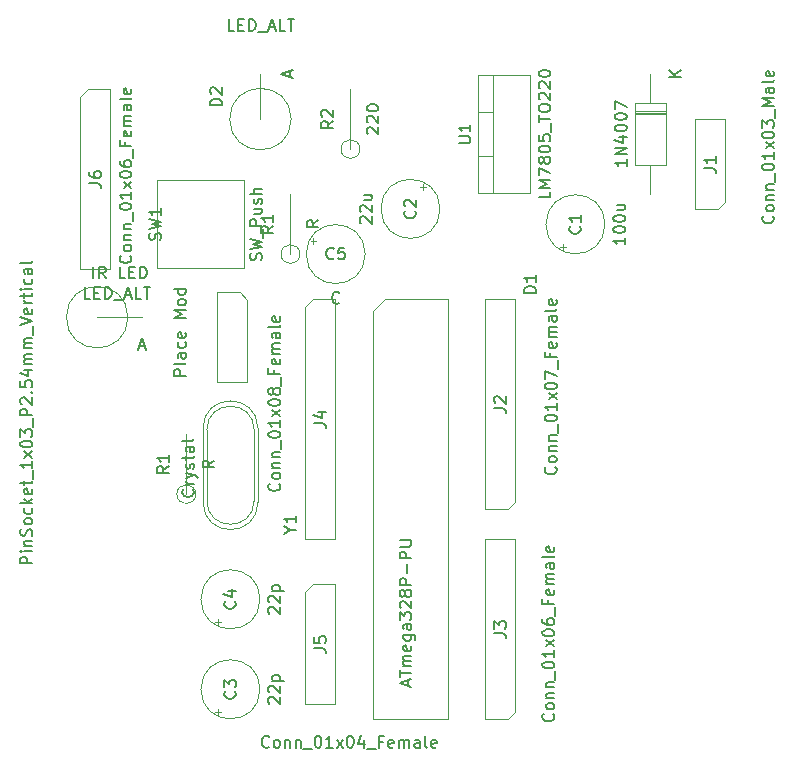
<source format=gbr>
G04 #@! TF.GenerationSoftware,KiCad,Pcbnew,(6.0.2)*
G04 #@! TF.CreationDate,2022-04-27T10:37:17-07:00*
G04 #@! TF.ProjectId,Serial programmer,53657269-616c-4207-9072-6f6772616d6d,rev?*
G04 #@! TF.SameCoordinates,Original*
G04 #@! TF.FileFunction,AssemblyDrawing,Top*
%FSLAX46Y46*%
G04 Gerber Fmt 4.6, Leading zero omitted, Abs format (unit mm)*
G04 Created by KiCad (PCBNEW (6.0.2)) date 2022-04-27 10:37:17*
%MOMM*%
%LPD*%
G01*
G04 APERTURE LIST*
%ADD10C,0.150000*%
%ADD11C,0.100000*%
G04 APERTURE END LIST*
D10*
X201052380Y-72259047D02*
X201052380Y-72830476D01*
X201052380Y-72544761D02*
X200052380Y-72544761D01*
X200195238Y-72640000D01*
X200290476Y-72735238D01*
X200338095Y-72830476D01*
X200052380Y-71640000D02*
X200052380Y-71544761D01*
X200100000Y-71449523D01*
X200147619Y-71401904D01*
X200242857Y-71354285D01*
X200433333Y-71306666D01*
X200671428Y-71306666D01*
X200861904Y-71354285D01*
X200957142Y-71401904D01*
X201004761Y-71449523D01*
X201052380Y-71544761D01*
X201052380Y-71640000D01*
X201004761Y-71735238D01*
X200957142Y-71782857D01*
X200861904Y-71830476D01*
X200671428Y-71878095D01*
X200433333Y-71878095D01*
X200242857Y-71830476D01*
X200147619Y-71782857D01*
X200100000Y-71735238D01*
X200052380Y-71640000D01*
X200052380Y-70687619D02*
X200052380Y-70592380D01*
X200100000Y-70497142D01*
X200147619Y-70449523D01*
X200242857Y-70401904D01*
X200433333Y-70354285D01*
X200671428Y-70354285D01*
X200861904Y-70401904D01*
X200957142Y-70449523D01*
X201004761Y-70497142D01*
X201052380Y-70592380D01*
X201052380Y-70687619D01*
X201004761Y-70782857D01*
X200957142Y-70830476D01*
X200861904Y-70878095D01*
X200671428Y-70925714D01*
X200433333Y-70925714D01*
X200242857Y-70878095D01*
X200147619Y-70830476D01*
X200100000Y-70782857D01*
X200052380Y-70687619D01*
X200385714Y-69497142D02*
X201052380Y-69497142D01*
X200385714Y-69925714D02*
X200909523Y-69925714D01*
X201004761Y-69878095D01*
X201052380Y-69782857D01*
X201052380Y-69640000D01*
X201004761Y-69544761D01*
X200957142Y-69497142D01*
X197207142Y-71306666D02*
X197254761Y-71354285D01*
X197302380Y-71497142D01*
X197302380Y-71592380D01*
X197254761Y-71735238D01*
X197159523Y-71830476D01*
X197064285Y-71878095D01*
X196873809Y-71925714D01*
X196730952Y-71925714D01*
X196540476Y-71878095D01*
X196445238Y-71830476D01*
X196350000Y-71735238D01*
X196302380Y-71592380D01*
X196302380Y-71497142D01*
X196350000Y-71354285D01*
X196397619Y-71306666D01*
X197302380Y-70354285D02*
X197302380Y-70925714D01*
X197302380Y-70640000D02*
X196302380Y-70640000D01*
X196445238Y-70735238D01*
X196540476Y-70830476D01*
X196588095Y-70925714D01*
X178677619Y-71044285D02*
X178630000Y-70996666D01*
X178582380Y-70901428D01*
X178582380Y-70663333D01*
X178630000Y-70568095D01*
X178677619Y-70520476D01*
X178772857Y-70472857D01*
X178868095Y-70472857D01*
X179010952Y-70520476D01*
X179582380Y-71091904D01*
X179582380Y-70472857D01*
X178677619Y-70091904D02*
X178630000Y-70044285D01*
X178582380Y-69949047D01*
X178582380Y-69710952D01*
X178630000Y-69615714D01*
X178677619Y-69568095D01*
X178772857Y-69520476D01*
X178868095Y-69520476D01*
X179010952Y-69568095D01*
X179582380Y-70139523D01*
X179582380Y-69520476D01*
X178915714Y-68663333D02*
X179582380Y-68663333D01*
X178915714Y-69091904D02*
X179439523Y-69091904D01*
X179534761Y-69044285D01*
X179582380Y-68949047D01*
X179582380Y-68806190D01*
X179534761Y-68710952D01*
X179487142Y-68663333D01*
X183237142Y-69996666D02*
X183284761Y-70044285D01*
X183332380Y-70187142D01*
X183332380Y-70282380D01*
X183284761Y-70425238D01*
X183189523Y-70520476D01*
X183094285Y-70568095D01*
X182903809Y-70615714D01*
X182760952Y-70615714D01*
X182570476Y-70568095D01*
X182475238Y-70520476D01*
X182380000Y-70425238D01*
X182332380Y-70282380D01*
X182332380Y-70187142D01*
X182380000Y-70044285D01*
X182427619Y-69996666D01*
X182427619Y-69615714D02*
X182380000Y-69568095D01*
X182332380Y-69472857D01*
X182332380Y-69234761D01*
X182380000Y-69139523D01*
X182427619Y-69091904D01*
X182522857Y-69044285D01*
X182618095Y-69044285D01*
X182760952Y-69091904D01*
X183332380Y-69663333D01*
X183332380Y-69044285D01*
X170937619Y-111724285D02*
X170890000Y-111676666D01*
X170842380Y-111581428D01*
X170842380Y-111343333D01*
X170890000Y-111248095D01*
X170937619Y-111200476D01*
X171032857Y-111152857D01*
X171128095Y-111152857D01*
X171270952Y-111200476D01*
X171842380Y-111771904D01*
X171842380Y-111152857D01*
X170937619Y-110771904D02*
X170890000Y-110724285D01*
X170842380Y-110629047D01*
X170842380Y-110390952D01*
X170890000Y-110295714D01*
X170937619Y-110248095D01*
X171032857Y-110200476D01*
X171128095Y-110200476D01*
X171270952Y-110248095D01*
X171842380Y-110819523D01*
X171842380Y-110200476D01*
X171175714Y-109771904D02*
X172175714Y-109771904D01*
X171223333Y-109771904D02*
X171175714Y-109676666D01*
X171175714Y-109486190D01*
X171223333Y-109390952D01*
X171270952Y-109343333D01*
X171366190Y-109295714D01*
X171651904Y-109295714D01*
X171747142Y-109343333D01*
X171794761Y-109390952D01*
X171842380Y-109486190D01*
X171842380Y-109676666D01*
X171794761Y-109771904D01*
X167997142Y-110676666D02*
X168044761Y-110724285D01*
X168092380Y-110867142D01*
X168092380Y-110962380D01*
X168044761Y-111105238D01*
X167949523Y-111200476D01*
X167854285Y-111248095D01*
X167663809Y-111295714D01*
X167520952Y-111295714D01*
X167330476Y-111248095D01*
X167235238Y-111200476D01*
X167140000Y-111105238D01*
X167092380Y-110962380D01*
X167092380Y-110867142D01*
X167140000Y-110724285D01*
X167187619Y-110676666D01*
X167092380Y-110343333D02*
X167092380Y-109724285D01*
X167473333Y-110057619D01*
X167473333Y-109914761D01*
X167520952Y-109819523D01*
X167568571Y-109771904D01*
X167663809Y-109724285D01*
X167901904Y-109724285D01*
X167997142Y-109771904D01*
X168044761Y-109819523D01*
X168092380Y-109914761D01*
X168092380Y-110200476D01*
X168044761Y-110295714D01*
X167997142Y-110343333D01*
X170937619Y-104104285D02*
X170890000Y-104056666D01*
X170842380Y-103961428D01*
X170842380Y-103723333D01*
X170890000Y-103628095D01*
X170937619Y-103580476D01*
X171032857Y-103532857D01*
X171128095Y-103532857D01*
X171270952Y-103580476D01*
X171842380Y-104151904D01*
X171842380Y-103532857D01*
X170937619Y-103151904D02*
X170890000Y-103104285D01*
X170842380Y-103009047D01*
X170842380Y-102770952D01*
X170890000Y-102675714D01*
X170937619Y-102628095D01*
X171032857Y-102580476D01*
X171128095Y-102580476D01*
X171270952Y-102628095D01*
X171842380Y-103199523D01*
X171842380Y-102580476D01*
X171175714Y-102151904D02*
X172175714Y-102151904D01*
X171223333Y-102151904D02*
X171175714Y-102056666D01*
X171175714Y-101866190D01*
X171223333Y-101770952D01*
X171270952Y-101723333D01*
X171366190Y-101675714D01*
X171651904Y-101675714D01*
X171747142Y-101723333D01*
X171794761Y-101770952D01*
X171842380Y-101866190D01*
X171842380Y-102056666D01*
X171794761Y-102151904D01*
X167997142Y-103056666D02*
X168044761Y-103104285D01*
X168092380Y-103247142D01*
X168092380Y-103342380D01*
X168044761Y-103485238D01*
X167949523Y-103580476D01*
X167854285Y-103628095D01*
X167663809Y-103675714D01*
X167520952Y-103675714D01*
X167330476Y-103628095D01*
X167235238Y-103580476D01*
X167140000Y-103485238D01*
X167092380Y-103342380D01*
X167092380Y-103247142D01*
X167140000Y-103104285D01*
X167187619Y-103056666D01*
X167425714Y-102199523D02*
X168092380Y-102199523D01*
X167044761Y-102437619D02*
X167759047Y-102675714D01*
X167759047Y-102056666D01*
X176859523Y-77767142D02*
X176811904Y-77814761D01*
X176669047Y-77862380D01*
X176573809Y-77862380D01*
X176430952Y-77814761D01*
X176335714Y-77719523D01*
X176288095Y-77624285D01*
X176240476Y-77433809D01*
X176240476Y-77290952D01*
X176288095Y-77100476D01*
X176335714Y-77005238D01*
X176430952Y-76910000D01*
X176573809Y-76862380D01*
X176669047Y-76862380D01*
X176811904Y-76910000D01*
X176859523Y-76957619D01*
X176383333Y-74017142D02*
X176335714Y-74064761D01*
X176192857Y-74112380D01*
X176097619Y-74112380D01*
X175954761Y-74064761D01*
X175859523Y-73969523D01*
X175811904Y-73874285D01*
X175764285Y-73683809D01*
X175764285Y-73540952D01*
X175811904Y-73350476D01*
X175859523Y-73255238D01*
X175954761Y-73160000D01*
X176097619Y-73112380D01*
X176192857Y-73112380D01*
X176335714Y-73160000D01*
X176383333Y-73207619D01*
X177288095Y-73112380D02*
X176811904Y-73112380D01*
X176764285Y-73588571D01*
X176811904Y-73540952D01*
X176907142Y-73493333D01*
X177145238Y-73493333D01*
X177240476Y-73540952D01*
X177288095Y-73588571D01*
X177335714Y-73683809D01*
X177335714Y-73921904D01*
X177288095Y-74017142D01*
X177240476Y-74064761D01*
X177145238Y-74112380D01*
X176907142Y-74112380D01*
X176811904Y-74064761D01*
X176764285Y-74017142D01*
X201182380Y-65642857D02*
X201182380Y-66214285D01*
X201182380Y-65928571D02*
X200182380Y-65928571D01*
X200325238Y-66023809D01*
X200420476Y-66119047D01*
X200468095Y-66214285D01*
X201182380Y-65214285D02*
X200182380Y-65214285D01*
X201182380Y-64642857D01*
X200182380Y-64642857D01*
X200515714Y-63738095D02*
X201182380Y-63738095D01*
X200134761Y-63976190D02*
X200849047Y-64214285D01*
X200849047Y-63595238D01*
X200182380Y-63023809D02*
X200182380Y-62928571D01*
X200230000Y-62833333D01*
X200277619Y-62785714D01*
X200372857Y-62738095D01*
X200563333Y-62690476D01*
X200801428Y-62690476D01*
X200991904Y-62738095D01*
X201087142Y-62785714D01*
X201134761Y-62833333D01*
X201182380Y-62928571D01*
X201182380Y-63023809D01*
X201134761Y-63119047D01*
X201087142Y-63166666D01*
X200991904Y-63214285D01*
X200801428Y-63261904D01*
X200563333Y-63261904D01*
X200372857Y-63214285D01*
X200277619Y-63166666D01*
X200230000Y-63119047D01*
X200182380Y-63023809D01*
X200182380Y-62071428D02*
X200182380Y-61976190D01*
X200230000Y-61880952D01*
X200277619Y-61833333D01*
X200372857Y-61785714D01*
X200563333Y-61738095D01*
X200801428Y-61738095D01*
X200991904Y-61785714D01*
X201087142Y-61833333D01*
X201134761Y-61880952D01*
X201182380Y-61976190D01*
X201182380Y-62071428D01*
X201134761Y-62166666D01*
X201087142Y-62214285D01*
X200991904Y-62261904D01*
X200801428Y-62309523D01*
X200563333Y-62309523D01*
X200372857Y-62261904D01*
X200277619Y-62214285D01*
X200230000Y-62166666D01*
X200182380Y-62071428D01*
X200182380Y-61404761D02*
X200182380Y-60738095D01*
X201182380Y-61166666D01*
X205752380Y-58681904D02*
X204752380Y-58681904D01*
X205752380Y-58110476D02*
X205180952Y-58539047D01*
X204752380Y-58110476D02*
X205323809Y-58681904D01*
X193492380Y-76938095D02*
X192492380Y-76938095D01*
X192492380Y-76700000D01*
X192540000Y-76557142D01*
X192635238Y-76461904D01*
X192730476Y-76414285D01*
X192920952Y-76366666D01*
X193063809Y-76366666D01*
X193254285Y-76414285D01*
X193349523Y-76461904D01*
X193444761Y-76557142D01*
X193492380Y-76700000D01*
X193492380Y-76938095D01*
X193492380Y-75414285D02*
X193492380Y-75985714D01*
X193492380Y-75700000D02*
X192492380Y-75700000D01*
X192635238Y-75795238D01*
X192730476Y-75890476D01*
X192778095Y-75985714D01*
X167961904Y-54752380D02*
X167485714Y-54752380D01*
X167485714Y-53752380D01*
X168295238Y-54228571D02*
X168628571Y-54228571D01*
X168771428Y-54752380D02*
X168295238Y-54752380D01*
X168295238Y-53752380D01*
X168771428Y-53752380D01*
X169200000Y-54752380D02*
X169200000Y-53752380D01*
X169438095Y-53752380D01*
X169580952Y-53800000D01*
X169676190Y-53895238D01*
X169723809Y-53990476D01*
X169771428Y-54180952D01*
X169771428Y-54323809D01*
X169723809Y-54514285D01*
X169676190Y-54609523D01*
X169580952Y-54704761D01*
X169438095Y-54752380D01*
X169200000Y-54752380D01*
X169961904Y-54847619D02*
X170723809Y-54847619D01*
X170914285Y-54466666D02*
X171390476Y-54466666D01*
X170819047Y-54752380D02*
X171152380Y-53752380D01*
X171485714Y-54752380D01*
X172295238Y-54752380D02*
X171819047Y-54752380D01*
X171819047Y-53752380D01*
X172485714Y-53752380D02*
X173057142Y-53752380D01*
X172771428Y-54752380D02*
X172771428Y-53752380D01*
X172646666Y-58658095D02*
X172646666Y-58181904D01*
X172932380Y-58753333D02*
X171932380Y-58420000D01*
X172932380Y-58086666D01*
X166907380Y-61063095D02*
X165907380Y-61063095D01*
X165907380Y-60825000D01*
X165955000Y-60682142D01*
X166050238Y-60586904D01*
X166145476Y-60539285D01*
X166335952Y-60491666D01*
X166478809Y-60491666D01*
X166669285Y-60539285D01*
X166764523Y-60586904D01*
X166859761Y-60682142D01*
X166907380Y-60825000D01*
X166907380Y-61063095D01*
X166002619Y-60110714D02*
X165955000Y-60063095D01*
X165907380Y-59967857D01*
X165907380Y-59729761D01*
X165955000Y-59634523D01*
X166002619Y-59586904D01*
X166097857Y-59539285D01*
X166193095Y-59539285D01*
X166335952Y-59586904D01*
X166907380Y-60158333D01*
X166907380Y-59539285D01*
X175092380Y-70810476D02*
X174616190Y-71143809D01*
X175092380Y-71381904D02*
X174092380Y-71381904D01*
X174092380Y-71000952D01*
X174140000Y-70905714D01*
X174187619Y-70858095D01*
X174282857Y-70810476D01*
X174425714Y-70810476D01*
X174520952Y-70858095D01*
X174568571Y-70905714D01*
X174616190Y-71000952D01*
X174616190Y-71381904D01*
X171252380Y-71286666D02*
X170776190Y-71620000D01*
X171252380Y-71858095D02*
X170252380Y-71858095D01*
X170252380Y-71477142D01*
X170300000Y-71381904D01*
X170347619Y-71334285D01*
X170442857Y-71286666D01*
X170585714Y-71286666D01*
X170680952Y-71334285D01*
X170728571Y-71381904D01*
X170776190Y-71477142D01*
X170776190Y-71858095D01*
X171252380Y-70334285D02*
X171252380Y-70905714D01*
X171252380Y-70620000D02*
X170252380Y-70620000D01*
X170395238Y-70715238D01*
X170490476Y-70810476D01*
X170538095Y-70905714D01*
X179267619Y-63468095D02*
X179220000Y-63420476D01*
X179172380Y-63325238D01*
X179172380Y-63087142D01*
X179220000Y-62991904D01*
X179267619Y-62944285D01*
X179362857Y-62896666D01*
X179458095Y-62896666D01*
X179600952Y-62944285D01*
X180172380Y-63515714D01*
X180172380Y-62896666D01*
X179267619Y-62515714D02*
X179220000Y-62468095D01*
X179172380Y-62372857D01*
X179172380Y-62134761D01*
X179220000Y-62039523D01*
X179267619Y-61991904D01*
X179362857Y-61944285D01*
X179458095Y-61944285D01*
X179600952Y-61991904D01*
X180172380Y-62563333D01*
X180172380Y-61944285D01*
X179172380Y-61325238D02*
X179172380Y-61230000D01*
X179220000Y-61134761D01*
X179267619Y-61087142D01*
X179362857Y-61039523D01*
X179553333Y-60991904D01*
X179791428Y-60991904D01*
X179981904Y-61039523D01*
X180077142Y-61087142D01*
X180124761Y-61134761D01*
X180172380Y-61230000D01*
X180172380Y-61325238D01*
X180124761Y-61420476D01*
X180077142Y-61468095D01*
X179981904Y-61515714D01*
X179791428Y-61563333D01*
X179553333Y-61563333D01*
X179362857Y-61515714D01*
X179267619Y-61468095D01*
X179220000Y-61420476D01*
X179172380Y-61325238D01*
X176332380Y-62396666D02*
X175856190Y-62730000D01*
X176332380Y-62968095D02*
X175332380Y-62968095D01*
X175332380Y-62587142D01*
X175380000Y-62491904D01*
X175427619Y-62444285D01*
X175522857Y-62396666D01*
X175665714Y-62396666D01*
X175760952Y-62444285D01*
X175808571Y-62491904D01*
X175856190Y-62587142D01*
X175856190Y-62968095D01*
X175427619Y-62015714D02*
X175380000Y-61968095D01*
X175332380Y-61872857D01*
X175332380Y-61634761D01*
X175380000Y-61539523D01*
X175427619Y-61491904D01*
X175522857Y-61444285D01*
X175618095Y-61444285D01*
X175760952Y-61491904D01*
X176332380Y-62063333D01*
X176332380Y-61444285D01*
X170244761Y-74167619D02*
X170292380Y-74024761D01*
X170292380Y-73786666D01*
X170244761Y-73691428D01*
X170197142Y-73643809D01*
X170101904Y-73596190D01*
X170006666Y-73596190D01*
X169911428Y-73643809D01*
X169863809Y-73691428D01*
X169816190Y-73786666D01*
X169768571Y-73977142D01*
X169720952Y-74072380D01*
X169673333Y-74120000D01*
X169578095Y-74167619D01*
X169482857Y-74167619D01*
X169387619Y-74120000D01*
X169340000Y-74072380D01*
X169292380Y-73977142D01*
X169292380Y-73739047D01*
X169340000Y-73596190D01*
X169292380Y-73262857D02*
X170292380Y-73024761D01*
X169578095Y-72834285D01*
X170292380Y-72643809D01*
X169292380Y-72405714D01*
X170387619Y-72262857D02*
X170387619Y-71500952D01*
X170292380Y-71262857D02*
X169292380Y-71262857D01*
X169292380Y-70881904D01*
X169340000Y-70786666D01*
X169387619Y-70739047D01*
X169482857Y-70691428D01*
X169625714Y-70691428D01*
X169720952Y-70739047D01*
X169768571Y-70786666D01*
X169816190Y-70881904D01*
X169816190Y-71262857D01*
X169625714Y-69834285D02*
X170292380Y-69834285D01*
X169625714Y-70262857D02*
X170149523Y-70262857D01*
X170244761Y-70215238D01*
X170292380Y-70120000D01*
X170292380Y-69977142D01*
X170244761Y-69881904D01*
X170197142Y-69834285D01*
X170244761Y-69405714D02*
X170292380Y-69310476D01*
X170292380Y-69120000D01*
X170244761Y-69024761D01*
X170149523Y-68977142D01*
X170101904Y-68977142D01*
X170006666Y-69024761D01*
X169959047Y-69120000D01*
X169959047Y-69262857D01*
X169911428Y-69358095D01*
X169816190Y-69405714D01*
X169768571Y-69405714D01*
X169673333Y-69358095D01*
X169625714Y-69262857D01*
X169625714Y-69120000D01*
X169673333Y-69024761D01*
X170292380Y-68548571D02*
X169292380Y-68548571D01*
X170292380Y-68120000D02*
X169768571Y-68120000D01*
X169673333Y-68167619D01*
X169625714Y-68262857D01*
X169625714Y-68405714D01*
X169673333Y-68500952D01*
X169720952Y-68548571D01*
X161694761Y-72453333D02*
X161742380Y-72310476D01*
X161742380Y-72072380D01*
X161694761Y-71977142D01*
X161647142Y-71929523D01*
X161551904Y-71881904D01*
X161456666Y-71881904D01*
X161361428Y-71929523D01*
X161313809Y-71977142D01*
X161266190Y-72072380D01*
X161218571Y-72262857D01*
X161170952Y-72358095D01*
X161123333Y-72405714D01*
X161028095Y-72453333D01*
X160932857Y-72453333D01*
X160837619Y-72405714D01*
X160790000Y-72358095D01*
X160742380Y-72262857D01*
X160742380Y-72024761D01*
X160790000Y-71881904D01*
X160742380Y-71548571D02*
X161742380Y-71310476D01*
X161028095Y-71120000D01*
X161742380Y-70929523D01*
X160742380Y-70691428D01*
X161742380Y-69786666D02*
X161742380Y-70358095D01*
X161742380Y-70072380D02*
X160742380Y-70072380D01*
X160885238Y-70167619D01*
X160980476Y-70262857D01*
X161028095Y-70358095D01*
X194722380Y-68380952D02*
X194722380Y-68857142D01*
X193722380Y-68857142D01*
X194722380Y-68047619D02*
X193722380Y-68047619D01*
X194436666Y-67714285D01*
X193722380Y-67380952D01*
X194722380Y-67380952D01*
X193722380Y-67000000D02*
X193722380Y-66333333D01*
X194722380Y-66761904D01*
X194150952Y-65809523D02*
X194103333Y-65904761D01*
X194055714Y-65952380D01*
X193960476Y-66000000D01*
X193912857Y-66000000D01*
X193817619Y-65952380D01*
X193770000Y-65904761D01*
X193722380Y-65809523D01*
X193722380Y-65619047D01*
X193770000Y-65523809D01*
X193817619Y-65476190D01*
X193912857Y-65428571D01*
X193960476Y-65428571D01*
X194055714Y-65476190D01*
X194103333Y-65523809D01*
X194150952Y-65619047D01*
X194150952Y-65809523D01*
X194198571Y-65904761D01*
X194246190Y-65952380D01*
X194341428Y-66000000D01*
X194531904Y-66000000D01*
X194627142Y-65952380D01*
X194674761Y-65904761D01*
X194722380Y-65809523D01*
X194722380Y-65619047D01*
X194674761Y-65523809D01*
X194627142Y-65476190D01*
X194531904Y-65428571D01*
X194341428Y-65428571D01*
X194246190Y-65476190D01*
X194198571Y-65523809D01*
X194150952Y-65619047D01*
X193722380Y-64809523D02*
X193722380Y-64714285D01*
X193770000Y-64619047D01*
X193817619Y-64571428D01*
X193912857Y-64523809D01*
X194103333Y-64476190D01*
X194341428Y-64476190D01*
X194531904Y-64523809D01*
X194627142Y-64571428D01*
X194674761Y-64619047D01*
X194722380Y-64714285D01*
X194722380Y-64809523D01*
X194674761Y-64904761D01*
X194627142Y-64952380D01*
X194531904Y-65000000D01*
X194341428Y-65047619D01*
X194103333Y-65047619D01*
X193912857Y-65000000D01*
X193817619Y-64952380D01*
X193770000Y-64904761D01*
X193722380Y-64809523D01*
X193722380Y-63571428D02*
X193722380Y-64047619D01*
X194198571Y-64095238D01*
X194150952Y-64047619D01*
X194103333Y-63952380D01*
X194103333Y-63714285D01*
X194150952Y-63619047D01*
X194198571Y-63571428D01*
X194293809Y-63523809D01*
X194531904Y-63523809D01*
X194627142Y-63571428D01*
X194674761Y-63619047D01*
X194722380Y-63714285D01*
X194722380Y-63952380D01*
X194674761Y-64047619D01*
X194627142Y-64095238D01*
X194817619Y-63333333D02*
X194817619Y-62571428D01*
X193722380Y-62476190D02*
X193722380Y-61904761D01*
X194722380Y-62190476D02*
X193722380Y-62190476D01*
X193722380Y-61380952D02*
X193722380Y-61190476D01*
X193770000Y-61095238D01*
X193865238Y-61000000D01*
X194055714Y-60952380D01*
X194389047Y-60952380D01*
X194579523Y-61000000D01*
X194674761Y-61095238D01*
X194722380Y-61190476D01*
X194722380Y-61380952D01*
X194674761Y-61476190D01*
X194579523Y-61571428D01*
X194389047Y-61619047D01*
X194055714Y-61619047D01*
X193865238Y-61571428D01*
X193770000Y-61476190D01*
X193722380Y-61380952D01*
X193817619Y-60571428D02*
X193770000Y-60523809D01*
X193722380Y-60428571D01*
X193722380Y-60190476D01*
X193770000Y-60095238D01*
X193817619Y-60047619D01*
X193912857Y-60000000D01*
X194008095Y-60000000D01*
X194150952Y-60047619D01*
X194722380Y-60619047D01*
X194722380Y-60000000D01*
X193817619Y-59619047D02*
X193770000Y-59571428D01*
X193722380Y-59476190D01*
X193722380Y-59238095D01*
X193770000Y-59142857D01*
X193817619Y-59095238D01*
X193912857Y-59047619D01*
X194008095Y-59047619D01*
X194150952Y-59095238D01*
X194722380Y-59666666D01*
X194722380Y-59047619D01*
X193722380Y-58428571D02*
X193722380Y-58333333D01*
X193770000Y-58238095D01*
X193817619Y-58190476D01*
X193912857Y-58142857D01*
X194103333Y-58095238D01*
X194341428Y-58095238D01*
X194531904Y-58142857D01*
X194627142Y-58190476D01*
X194674761Y-58238095D01*
X194722380Y-58333333D01*
X194722380Y-58428571D01*
X194674761Y-58523809D01*
X194627142Y-58571428D01*
X194531904Y-58619047D01*
X194341428Y-58666666D01*
X194103333Y-58666666D01*
X193912857Y-58619047D01*
X193817619Y-58571428D01*
X193770000Y-58523809D01*
X193722380Y-58428571D01*
X186952380Y-64261904D02*
X187761904Y-64261904D01*
X187857142Y-64214285D01*
X187904761Y-64166666D01*
X187952380Y-64071428D01*
X187952380Y-63880952D01*
X187904761Y-63785714D01*
X187857142Y-63738095D01*
X187761904Y-63690476D01*
X186952380Y-63690476D01*
X187952380Y-62690476D02*
X187952380Y-63261904D01*
X187952380Y-62976190D02*
X186952380Y-62976190D01*
X187095238Y-63071428D01*
X187190476Y-63166666D01*
X187238095Y-63261904D01*
X182666666Y-110190476D02*
X182666666Y-109714285D01*
X182952380Y-110285714D02*
X181952380Y-109952380D01*
X182952380Y-109619047D01*
X181952380Y-109428571D02*
X181952380Y-108857142D01*
X182952380Y-109142857D02*
X181952380Y-109142857D01*
X182952380Y-108523809D02*
X182285714Y-108523809D01*
X182380952Y-108523809D02*
X182333333Y-108476190D01*
X182285714Y-108380952D01*
X182285714Y-108238095D01*
X182333333Y-108142857D01*
X182428571Y-108095238D01*
X182952380Y-108095238D01*
X182428571Y-108095238D02*
X182333333Y-108047619D01*
X182285714Y-107952380D01*
X182285714Y-107809523D01*
X182333333Y-107714285D01*
X182428571Y-107666666D01*
X182952380Y-107666666D01*
X182904761Y-106809523D02*
X182952380Y-106904761D01*
X182952380Y-107095238D01*
X182904761Y-107190476D01*
X182809523Y-107238095D01*
X182428571Y-107238095D01*
X182333333Y-107190476D01*
X182285714Y-107095238D01*
X182285714Y-106904761D01*
X182333333Y-106809523D01*
X182428571Y-106761904D01*
X182523809Y-106761904D01*
X182619047Y-107238095D01*
X182285714Y-105904761D02*
X183095238Y-105904761D01*
X183190476Y-105952380D01*
X183238095Y-106000000D01*
X183285714Y-106095238D01*
X183285714Y-106238095D01*
X183238095Y-106333333D01*
X182904761Y-105904761D02*
X182952380Y-106000000D01*
X182952380Y-106190476D01*
X182904761Y-106285714D01*
X182857142Y-106333333D01*
X182761904Y-106380952D01*
X182476190Y-106380952D01*
X182380952Y-106333333D01*
X182333333Y-106285714D01*
X182285714Y-106190476D01*
X182285714Y-106000000D01*
X182333333Y-105904761D01*
X182952380Y-105000000D02*
X182428571Y-105000000D01*
X182333333Y-105047619D01*
X182285714Y-105142857D01*
X182285714Y-105333333D01*
X182333333Y-105428571D01*
X182904761Y-105000000D02*
X182952380Y-105095238D01*
X182952380Y-105333333D01*
X182904761Y-105428571D01*
X182809523Y-105476190D01*
X182714285Y-105476190D01*
X182619047Y-105428571D01*
X182571428Y-105333333D01*
X182571428Y-105095238D01*
X182523809Y-105000000D01*
X181952380Y-104619047D02*
X181952380Y-104000000D01*
X182333333Y-104333333D01*
X182333333Y-104190476D01*
X182380952Y-104095238D01*
X182428571Y-104047619D01*
X182523809Y-104000000D01*
X182761904Y-104000000D01*
X182857142Y-104047619D01*
X182904761Y-104095238D01*
X182952380Y-104190476D01*
X182952380Y-104476190D01*
X182904761Y-104571428D01*
X182857142Y-104619047D01*
X182047619Y-103619047D02*
X182000000Y-103571428D01*
X181952380Y-103476190D01*
X181952380Y-103238095D01*
X182000000Y-103142857D01*
X182047619Y-103095238D01*
X182142857Y-103047619D01*
X182238095Y-103047619D01*
X182380952Y-103095238D01*
X182952380Y-103666666D01*
X182952380Y-103047619D01*
X182380952Y-102476190D02*
X182333333Y-102571428D01*
X182285714Y-102619047D01*
X182190476Y-102666666D01*
X182142857Y-102666666D01*
X182047619Y-102619047D01*
X182000000Y-102571428D01*
X181952380Y-102476190D01*
X181952380Y-102285714D01*
X182000000Y-102190476D01*
X182047619Y-102142857D01*
X182142857Y-102095238D01*
X182190476Y-102095238D01*
X182285714Y-102142857D01*
X182333333Y-102190476D01*
X182380952Y-102285714D01*
X182380952Y-102476190D01*
X182428571Y-102571428D01*
X182476190Y-102619047D01*
X182571428Y-102666666D01*
X182761904Y-102666666D01*
X182857142Y-102619047D01*
X182904761Y-102571428D01*
X182952380Y-102476190D01*
X182952380Y-102285714D01*
X182904761Y-102190476D01*
X182857142Y-102142857D01*
X182761904Y-102095238D01*
X182571428Y-102095238D01*
X182476190Y-102142857D01*
X182428571Y-102190476D01*
X182380952Y-102285714D01*
X182952380Y-101666666D02*
X181952380Y-101666666D01*
X181952380Y-101285714D01*
X182000000Y-101190476D01*
X182047619Y-101142857D01*
X182142857Y-101095238D01*
X182285714Y-101095238D01*
X182380952Y-101142857D01*
X182428571Y-101190476D01*
X182476190Y-101285714D01*
X182476190Y-101666666D01*
X182571428Y-100666666D02*
X182571428Y-99904761D01*
X182952380Y-99428571D02*
X181952380Y-99428571D01*
X181952380Y-99047619D01*
X182000000Y-98952380D01*
X182047619Y-98904761D01*
X182142857Y-98857142D01*
X182285714Y-98857142D01*
X182380952Y-98904761D01*
X182428571Y-98952380D01*
X182476190Y-99047619D01*
X182476190Y-99428571D01*
X181952380Y-98428571D02*
X182761904Y-98428571D01*
X182857142Y-98380952D01*
X182904761Y-98333333D01*
X182952380Y-98238095D01*
X182952380Y-98047619D01*
X182904761Y-97952380D01*
X182857142Y-97904761D01*
X182761904Y-97857142D01*
X181952380Y-97857142D01*
X164457142Y-93585714D02*
X164504761Y-93633333D01*
X164552380Y-93776190D01*
X164552380Y-93871428D01*
X164504761Y-94014285D01*
X164409523Y-94109523D01*
X164314285Y-94157142D01*
X164123809Y-94204761D01*
X163980952Y-94204761D01*
X163790476Y-94157142D01*
X163695238Y-94109523D01*
X163600000Y-94014285D01*
X163552380Y-93871428D01*
X163552380Y-93776190D01*
X163600000Y-93633333D01*
X163647619Y-93585714D01*
X164552380Y-93157142D02*
X163885714Y-93157142D01*
X164076190Y-93157142D02*
X163980952Y-93109523D01*
X163933333Y-93061904D01*
X163885714Y-92966666D01*
X163885714Y-92871428D01*
X163885714Y-92633333D02*
X164552380Y-92395238D01*
X163885714Y-92157142D02*
X164552380Y-92395238D01*
X164790476Y-92490476D01*
X164838095Y-92538095D01*
X164885714Y-92633333D01*
X164504761Y-91823809D02*
X164552380Y-91728571D01*
X164552380Y-91538095D01*
X164504761Y-91442857D01*
X164409523Y-91395238D01*
X164361904Y-91395238D01*
X164266666Y-91442857D01*
X164219047Y-91538095D01*
X164219047Y-91680952D01*
X164171428Y-91776190D01*
X164076190Y-91823809D01*
X164028571Y-91823809D01*
X163933333Y-91776190D01*
X163885714Y-91680952D01*
X163885714Y-91538095D01*
X163933333Y-91442857D01*
X163885714Y-91109523D02*
X163885714Y-90728571D01*
X163552380Y-90966666D02*
X164409523Y-90966666D01*
X164504761Y-90919047D01*
X164552380Y-90823809D01*
X164552380Y-90728571D01*
X164552380Y-89966666D02*
X164028571Y-89966666D01*
X163933333Y-90014285D01*
X163885714Y-90109523D01*
X163885714Y-90300000D01*
X163933333Y-90395238D01*
X164504761Y-89966666D02*
X164552380Y-90061904D01*
X164552380Y-90300000D01*
X164504761Y-90395238D01*
X164409523Y-90442857D01*
X164314285Y-90442857D01*
X164219047Y-90395238D01*
X164171428Y-90300000D01*
X164171428Y-90061904D01*
X164123809Y-89966666D01*
X164552380Y-89347619D02*
X164504761Y-89442857D01*
X164409523Y-89490476D01*
X163552380Y-89490476D01*
X172696190Y-96996190D02*
X173172380Y-96996190D01*
X172172380Y-97329523D02*
X172696190Y-96996190D01*
X172172380Y-96662857D01*
X173172380Y-95805714D02*
X173172380Y-96377142D01*
X173172380Y-96091428D02*
X172172380Y-96091428D01*
X172315238Y-96186666D01*
X172410476Y-96281904D01*
X172458095Y-96377142D01*
X195157142Y-91685714D02*
X195204761Y-91733333D01*
X195252380Y-91876190D01*
X195252380Y-91971428D01*
X195204761Y-92114285D01*
X195109523Y-92209523D01*
X195014285Y-92257142D01*
X194823809Y-92304761D01*
X194680952Y-92304761D01*
X194490476Y-92257142D01*
X194395238Y-92209523D01*
X194300000Y-92114285D01*
X194252380Y-91971428D01*
X194252380Y-91876190D01*
X194300000Y-91733333D01*
X194347619Y-91685714D01*
X195252380Y-91114285D02*
X195204761Y-91209523D01*
X195157142Y-91257142D01*
X195061904Y-91304761D01*
X194776190Y-91304761D01*
X194680952Y-91257142D01*
X194633333Y-91209523D01*
X194585714Y-91114285D01*
X194585714Y-90971428D01*
X194633333Y-90876190D01*
X194680952Y-90828571D01*
X194776190Y-90780952D01*
X195061904Y-90780952D01*
X195157142Y-90828571D01*
X195204761Y-90876190D01*
X195252380Y-90971428D01*
X195252380Y-91114285D01*
X194585714Y-90352380D02*
X195252380Y-90352380D01*
X194680952Y-90352380D02*
X194633333Y-90304761D01*
X194585714Y-90209523D01*
X194585714Y-90066666D01*
X194633333Y-89971428D01*
X194728571Y-89923809D01*
X195252380Y-89923809D01*
X194585714Y-89447619D02*
X195252380Y-89447619D01*
X194680952Y-89447619D02*
X194633333Y-89400000D01*
X194585714Y-89304761D01*
X194585714Y-89161904D01*
X194633333Y-89066666D01*
X194728571Y-89019047D01*
X195252380Y-89019047D01*
X195347619Y-88780952D02*
X195347619Y-88019047D01*
X194252380Y-87590476D02*
X194252380Y-87495238D01*
X194300000Y-87400000D01*
X194347619Y-87352380D01*
X194442857Y-87304761D01*
X194633333Y-87257142D01*
X194871428Y-87257142D01*
X195061904Y-87304761D01*
X195157142Y-87352380D01*
X195204761Y-87400000D01*
X195252380Y-87495238D01*
X195252380Y-87590476D01*
X195204761Y-87685714D01*
X195157142Y-87733333D01*
X195061904Y-87780952D01*
X194871428Y-87828571D01*
X194633333Y-87828571D01*
X194442857Y-87780952D01*
X194347619Y-87733333D01*
X194300000Y-87685714D01*
X194252380Y-87590476D01*
X195252380Y-86304761D02*
X195252380Y-86876190D01*
X195252380Y-86590476D02*
X194252380Y-86590476D01*
X194395238Y-86685714D01*
X194490476Y-86780952D01*
X194538095Y-86876190D01*
X195252380Y-85971428D02*
X194585714Y-85447619D01*
X194585714Y-85971428D02*
X195252380Y-85447619D01*
X194252380Y-84876190D02*
X194252380Y-84780952D01*
X194300000Y-84685714D01*
X194347619Y-84638095D01*
X194442857Y-84590476D01*
X194633333Y-84542857D01*
X194871428Y-84542857D01*
X195061904Y-84590476D01*
X195157142Y-84638095D01*
X195204761Y-84685714D01*
X195252380Y-84780952D01*
X195252380Y-84876190D01*
X195204761Y-84971428D01*
X195157142Y-85019047D01*
X195061904Y-85066666D01*
X194871428Y-85114285D01*
X194633333Y-85114285D01*
X194442857Y-85066666D01*
X194347619Y-85019047D01*
X194300000Y-84971428D01*
X194252380Y-84876190D01*
X194252380Y-84209523D02*
X194252380Y-83542857D01*
X195252380Y-83971428D01*
X195347619Y-83400000D02*
X195347619Y-82638095D01*
X194728571Y-82066666D02*
X194728571Y-82400000D01*
X195252380Y-82400000D02*
X194252380Y-82400000D01*
X194252380Y-81923809D01*
X195204761Y-81161904D02*
X195252380Y-81257142D01*
X195252380Y-81447619D01*
X195204761Y-81542857D01*
X195109523Y-81590476D01*
X194728571Y-81590476D01*
X194633333Y-81542857D01*
X194585714Y-81447619D01*
X194585714Y-81257142D01*
X194633333Y-81161904D01*
X194728571Y-81114285D01*
X194823809Y-81114285D01*
X194919047Y-81590476D01*
X195252380Y-80685714D02*
X194585714Y-80685714D01*
X194680952Y-80685714D02*
X194633333Y-80638095D01*
X194585714Y-80542857D01*
X194585714Y-80400000D01*
X194633333Y-80304761D01*
X194728571Y-80257142D01*
X195252380Y-80257142D01*
X194728571Y-80257142D02*
X194633333Y-80209523D01*
X194585714Y-80114285D01*
X194585714Y-79971428D01*
X194633333Y-79876190D01*
X194728571Y-79828571D01*
X195252380Y-79828571D01*
X195252380Y-78923809D02*
X194728571Y-78923809D01*
X194633333Y-78971428D01*
X194585714Y-79066666D01*
X194585714Y-79257142D01*
X194633333Y-79352380D01*
X195204761Y-78923809D02*
X195252380Y-79019047D01*
X195252380Y-79257142D01*
X195204761Y-79352380D01*
X195109523Y-79400000D01*
X195014285Y-79400000D01*
X194919047Y-79352380D01*
X194871428Y-79257142D01*
X194871428Y-79019047D01*
X194823809Y-78923809D01*
X195252380Y-78304761D02*
X195204761Y-78400000D01*
X195109523Y-78447619D01*
X194252380Y-78447619D01*
X195204761Y-77542857D02*
X195252380Y-77638095D01*
X195252380Y-77828571D01*
X195204761Y-77923809D01*
X195109523Y-77971428D01*
X194728571Y-77971428D01*
X194633333Y-77923809D01*
X194585714Y-77828571D01*
X194585714Y-77638095D01*
X194633333Y-77542857D01*
X194728571Y-77495238D01*
X194823809Y-77495238D01*
X194919047Y-77971428D01*
X189952380Y-86693333D02*
X190666666Y-86693333D01*
X190809523Y-86740952D01*
X190904761Y-86836190D01*
X190952380Y-86979047D01*
X190952380Y-87074285D01*
X190047619Y-86264761D02*
X190000000Y-86217142D01*
X189952380Y-86121904D01*
X189952380Y-85883809D01*
X190000000Y-85788571D01*
X190047619Y-85740952D01*
X190142857Y-85693333D01*
X190238095Y-85693333D01*
X190380952Y-85740952D01*
X190952380Y-86312380D01*
X190952380Y-85693333D01*
X194957142Y-112585714D02*
X195004761Y-112633333D01*
X195052380Y-112776190D01*
X195052380Y-112871428D01*
X195004761Y-113014285D01*
X194909523Y-113109523D01*
X194814285Y-113157142D01*
X194623809Y-113204761D01*
X194480952Y-113204761D01*
X194290476Y-113157142D01*
X194195238Y-113109523D01*
X194100000Y-113014285D01*
X194052380Y-112871428D01*
X194052380Y-112776190D01*
X194100000Y-112633333D01*
X194147619Y-112585714D01*
X195052380Y-112014285D02*
X195004761Y-112109523D01*
X194957142Y-112157142D01*
X194861904Y-112204761D01*
X194576190Y-112204761D01*
X194480952Y-112157142D01*
X194433333Y-112109523D01*
X194385714Y-112014285D01*
X194385714Y-111871428D01*
X194433333Y-111776190D01*
X194480952Y-111728571D01*
X194576190Y-111680952D01*
X194861904Y-111680952D01*
X194957142Y-111728571D01*
X195004761Y-111776190D01*
X195052380Y-111871428D01*
X195052380Y-112014285D01*
X194385714Y-111252380D02*
X195052380Y-111252380D01*
X194480952Y-111252380D02*
X194433333Y-111204761D01*
X194385714Y-111109523D01*
X194385714Y-110966666D01*
X194433333Y-110871428D01*
X194528571Y-110823809D01*
X195052380Y-110823809D01*
X194385714Y-110347619D02*
X195052380Y-110347619D01*
X194480952Y-110347619D02*
X194433333Y-110300000D01*
X194385714Y-110204761D01*
X194385714Y-110061904D01*
X194433333Y-109966666D01*
X194528571Y-109919047D01*
X195052380Y-109919047D01*
X195147619Y-109680952D02*
X195147619Y-108919047D01*
X194052380Y-108490476D02*
X194052380Y-108395238D01*
X194100000Y-108300000D01*
X194147619Y-108252380D01*
X194242857Y-108204761D01*
X194433333Y-108157142D01*
X194671428Y-108157142D01*
X194861904Y-108204761D01*
X194957142Y-108252380D01*
X195004761Y-108300000D01*
X195052380Y-108395238D01*
X195052380Y-108490476D01*
X195004761Y-108585714D01*
X194957142Y-108633333D01*
X194861904Y-108680952D01*
X194671428Y-108728571D01*
X194433333Y-108728571D01*
X194242857Y-108680952D01*
X194147619Y-108633333D01*
X194100000Y-108585714D01*
X194052380Y-108490476D01*
X195052380Y-107204761D02*
X195052380Y-107776190D01*
X195052380Y-107490476D02*
X194052380Y-107490476D01*
X194195238Y-107585714D01*
X194290476Y-107680952D01*
X194338095Y-107776190D01*
X195052380Y-106871428D02*
X194385714Y-106347619D01*
X194385714Y-106871428D02*
X195052380Y-106347619D01*
X194052380Y-105776190D02*
X194052380Y-105680952D01*
X194100000Y-105585714D01*
X194147619Y-105538095D01*
X194242857Y-105490476D01*
X194433333Y-105442857D01*
X194671428Y-105442857D01*
X194861904Y-105490476D01*
X194957142Y-105538095D01*
X195004761Y-105585714D01*
X195052380Y-105680952D01*
X195052380Y-105776190D01*
X195004761Y-105871428D01*
X194957142Y-105919047D01*
X194861904Y-105966666D01*
X194671428Y-106014285D01*
X194433333Y-106014285D01*
X194242857Y-105966666D01*
X194147619Y-105919047D01*
X194100000Y-105871428D01*
X194052380Y-105776190D01*
X194052380Y-104585714D02*
X194052380Y-104776190D01*
X194100000Y-104871428D01*
X194147619Y-104919047D01*
X194290476Y-105014285D01*
X194480952Y-105061904D01*
X194861904Y-105061904D01*
X194957142Y-105014285D01*
X195004761Y-104966666D01*
X195052380Y-104871428D01*
X195052380Y-104680952D01*
X195004761Y-104585714D01*
X194957142Y-104538095D01*
X194861904Y-104490476D01*
X194623809Y-104490476D01*
X194528571Y-104538095D01*
X194480952Y-104585714D01*
X194433333Y-104680952D01*
X194433333Y-104871428D01*
X194480952Y-104966666D01*
X194528571Y-105014285D01*
X194623809Y-105061904D01*
X195147619Y-104300000D02*
X195147619Y-103538095D01*
X194528571Y-102966666D02*
X194528571Y-103300000D01*
X195052380Y-103300000D02*
X194052380Y-103300000D01*
X194052380Y-102823809D01*
X195004761Y-102061904D02*
X195052380Y-102157142D01*
X195052380Y-102347619D01*
X195004761Y-102442857D01*
X194909523Y-102490476D01*
X194528571Y-102490476D01*
X194433333Y-102442857D01*
X194385714Y-102347619D01*
X194385714Y-102157142D01*
X194433333Y-102061904D01*
X194528571Y-102014285D01*
X194623809Y-102014285D01*
X194719047Y-102490476D01*
X195052380Y-101585714D02*
X194385714Y-101585714D01*
X194480952Y-101585714D02*
X194433333Y-101538095D01*
X194385714Y-101442857D01*
X194385714Y-101300000D01*
X194433333Y-101204761D01*
X194528571Y-101157142D01*
X195052380Y-101157142D01*
X194528571Y-101157142D02*
X194433333Y-101109523D01*
X194385714Y-101014285D01*
X194385714Y-100871428D01*
X194433333Y-100776190D01*
X194528571Y-100728571D01*
X195052380Y-100728571D01*
X195052380Y-99823809D02*
X194528571Y-99823809D01*
X194433333Y-99871428D01*
X194385714Y-99966666D01*
X194385714Y-100157142D01*
X194433333Y-100252380D01*
X195004761Y-99823809D02*
X195052380Y-99919047D01*
X195052380Y-100157142D01*
X195004761Y-100252380D01*
X194909523Y-100300000D01*
X194814285Y-100300000D01*
X194719047Y-100252380D01*
X194671428Y-100157142D01*
X194671428Y-99919047D01*
X194623809Y-99823809D01*
X195052380Y-99204761D02*
X195004761Y-99300000D01*
X194909523Y-99347619D01*
X194052380Y-99347619D01*
X195004761Y-98442857D02*
X195052380Y-98538095D01*
X195052380Y-98728571D01*
X195004761Y-98823809D01*
X194909523Y-98871428D01*
X194528571Y-98871428D01*
X194433333Y-98823809D01*
X194385714Y-98728571D01*
X194385714Y-98538095D01*
X194433333Y-98442857D01*
X194528571Y-98395238D01*
X194623809Y-98395238D01*
X194719047Y-98871428D01*
X189952380Y-105743333D02*
X190666666Y-105743333D01*
X190809523Y-105790952D01*
X190904761Y-105886190D01*
X190952380Y-106029047D01*
X190952380Y-106124285D01*
X189952380Y-105362380D02*
X189952380Y-104743333D01*
X190333333Y-105076666D01*
X190333333Y-104933809D01*
X190380952Y-104838571D01*
X190428571Y-104790952D01*
X190523809Y-104743333D01*
X190761904Y-104743333D01*
X190857142Y-104790952D01*
X190904761Y-104838571D01*
X190952380Y-104933809D01*
X190952380Y-105219523D01*
X190904761Y-105314761D01*
X190857142Y-105362380D01*
X171757142Y-93085714D02*
X171804761Y-93133333D01*
X171852380Y-93276190D01*
X171852380Y-93371428D01*
X171804761Y-93514285D01*
X171709523Y-93609523D01*
X171614285Y-93657142D01*
X171423809Y-93704761D01*
X171280952Y-93704761D01*
X171090476Y-93657142D01*
X170995238Y-93609523D01*
X170900000Y-93514285D01*
X170852380Y-93371428D01*
X170852380Y-93276190D01*
X170900000Y-93133333D01*
X170947619Y-93085714D01*
X171852380Y-92514285D02*
X171804761Y-92609523D01*
X171757142Y-92657142D01*
X171661904Y-92704761D01*
X171376190Y-92704761D01*
X171280952Y-92657142D01*
X171233333Y-92609523D01*
X171185714Y-92514285D01*
X171185714Y-92371428D01*
X171233333Y-92276190D01*
X171280952Y-92228571D01*
X171376190Y-92180952D01*
X171661904Y-92180952D01*
X171757142Y-92228571D01*
X171804761Y-92276190D01*
X171852380Y-92371428D01*
X171852380Y-92514285D01*
X171185714Y-91752380D02*
X171852380Y-91752380D01*
X171280952Y-91752380D02*
X171233333Y-91704761D01*
X171185714Y-91609523D01*
X171185714Y-91466666D01*
X171233333Y-91371428D01*
X171328571Y-91323809D01*
X171852380Y-91323809D01*
X171185714Y-90847619D02*
X171852380Y-90847619D01*
X171280952Y-90847619D02*
X171233333Y-90800000D01*
X171185714Y-90704761D01*
X171185714Y-90561904D01*
X171233333Y-90466666D01*
X171328571Y-90419047D01*
X171852380Y-90419047D01*
X171947619Y-90180952D02*
X171947619Y-89419047D01*
X170852380Y-88990476D02*
X170852380Y-88895238D01*
X170900000Y-88800000D01*
X170947619Y-88752380D01*
X171042857Y-88704761D01*
X171233333Y-88657142D01*
X171471428Y-88657142D01*
X171661904Y-88704761D01*
X171757142Y-88752380D01*
X171804761Y-88800000D01*
X171852380Y-88895238D01*
X171852380Y-88990476D01*
X171804761Y-89085714D01*
X171757142Y-89133333D01*
X171661904Y-89180952D01*
X171471428Y-89228571D01*
X171233333Y-89228571D01*
X171042857Y-89180952D01*
X170947619Y-89133333D01*
X170900000Y-89085714D01*
X170852380Y-88990476D01*
X171852380Y-87704761D02*
X171852380Y-88276190D01*
X171852380Y-87990476D02*
X170852380Y-87990476D01*
X170995238Y-88085714D01*
X171090476Y-88180952D01*
X171138095Y-88276190D01*
X171852380Y-87371428D02*
X171185714Y-86847619D01*
X171185714Y-87371428D02*
X171852380Y-86847619D01*
X170852380Y-86276190D02*
X170852380Y-86180952D01*
X170900000Y-86085714D01*
X170947619Y-86038095D01*
X171042857Y-85990476D01*
X171233333Y-85942857D01*
X171471428Y-85942857D01*
X171661904Y-85990476D01*
X171757142Y-86038095D01*
X171804761Y-86085714D01*
X171852380Y-86180952D01*
X171852380Y-86276190D01*
X171804761Y-86371428D01*
X171757142Y-86419047D01*
X171661904Y-86466666D01*
X171471428Y-86514285D01*
X171233333Y-86514285D01*
X171042857Y-86466666D01*
X170947619Y-86419047D01*
X170900000Y-86371428D01*
X170852380Y-86276190D01*
X171280952Y-85371428D02*
X171233333Y-85466666D01*
X171185714Y-85514285D01*
X171090476Y-85561904D01*
X171042857Y-85561904D01*
X170947619Y-85514285D01*
X170900000Y-85466666D01*
X170852380Y-85371428D01*
X170852380Y-85180952D01*
X170900000Y-85085714D01*
X170947619Y-85038095D01*
X171042857Y-84990476D01*
X171090476Y-84990476D01*
X171185714Y-85038095D01*
X171233333Y-85085714D01*
X171280952Y-85180952D01*
X171280952Y-85371428D01*
X171328571Y-85466666D01*
X171376190Y-85514285D01*
X171471428Y-85561904D01*
X171661904Y-85561904D01*
X171757142Y-85514285D01*
X171804761Y-85466666D01*
X171852380Y-85371428D01*
X171852380Y-85180952D01*
X171804761Y-85085714D01*
X171757142Y-85038095D01*
X171661904Y-84990476D01*
X171471428Y-84990476D01*
X171376190Y-85038095D01*
X171328571Y-85085714D01*
X171280952Y-85180952D01*
X171947619Y-84800000D02*
X171947619Y-84038095D01*
X171328571Y-83466666D02*
X171328571Y-83800000D01*
X171852380Y-83800000D02*
X170852380Y-83800000D01*
X170852380Y-83323809D01*
X171804761Y-82561904D02*
X171852380Y-82657142D01*
X171852380Y-82847619D01*
X171804761Y-82942857D01*
X171709523Y-82990476D01*
X171328571Y-82990476D01*
X171233333Y-82942857D01*
X171185714Y-82847619D01*
X171185714Y-82657142D01*
X171233333Y-82561904D01*
X171328571Y-82514285D01*
X171423809Y-82514285D01*
X171519047Y-82990476D01*
X171852380Y-82085714D02*
X171185714Y-82085714D01*
X171280952Y-82085714D02*
X171233333Y-82038095D01*
X171185714Y-81942857D01*
X171185714Y-81800000D01*
X171233333Y-81704761D01*
X171328571Y-81657142D01*
X171852380Y-81657142D01*
X171328571Y-81657142D02*
X171233333Y-81609523D01*
X171185714Y-81514285D01*
X171185714Y-81371428D01*
X171233333Y-81276190D01*
X171328571Y-81228571D01*
X171852380Y-81228571D01*
X171852380Y-80323809D02*
X171328571Y-80323809D01*
X171233333Y-80371428D01*
X171185714Y-80466666D01*
X171185714Y-80657142D01*
X171233333Y-80752380D01*
X171804761Y-80323809D02*
X171852380Y-80419047D01*
X171852380Y-80657142D01*
X171804761Y-80752380D01*
X171709523Y-80800000D01*
X171614285Y-80800000D01*
X171519047Y-80752380D01*
X171471428Y-80657142D01*
X171471428Y-80419047D01*
X171423809Y-80323809D01*
X171852380Y-79704761D02*
X171804761Y-79800000D01*
X171709523Y-79847619D01*
X170852380Y-79847619D01*
X171804761Y-78942857D02*
X171852380Y-79038095D01*
X171852380Y-79228571D01*
X171804761Y-79323809D01*
X171709523Y-79371428D01*
X171328571Y-79371428D01*
X171233333Y-79323809D01*
X171185714Y-79228571D01*
X171185714Y-79038095D01*
X171233333Y-78942857D01*
X171328571Y-78895238D01*
X171423809Y-78895238D01*
X171519047Y-79371428D01*
X174712380Y-87963333D02*
X175426666Y-87963333D01*
X175569523Y-88010952D01*
X175664761Y-88106190D01*
X175712380Y-88249047D01*
X175712380Y-88344285D01*
X175045714Y-87058571D02*
X175712380Y-87058571D01*
X174664761Y-87296666D02*
X175379047Y-87534761D01*
X175379047Y-86915714D01*
X170914285Y-115357142D02*
X170866666Y-115404761D01*
X170723809Y-115452380D01*
X170628571Y-115452380D01*
X170485714Y-115404761D01*
X170390476Y-115309523D01*
X170342857Y-115214285D01*
X170295238Y-115023809D01*
X170295238Y-114880952D01*
X170342857Y-114690476D01*
X170390476Y-114595238D01*
X170485714Y-114500000D01*
X170628571Y-114452380D01*
X170723809Y-114452380D01*
X170866666Y-114500000D01*
X170914285Y-114547619D01*
X171485714Y-115452380D02*
X171390476Y-115404761D01*
X171342857Y-115357142D01*
X171295238Y-115261904D01*
X171295238Y-114976190D01*
X171342857Y-114880952D01*
X171390476Y-114833333D01*
X171485714Y-114785714D01*
X171628571Y-114785714D01*
X171723809Y-114833333D01*
X171771428Y-114880952D01*
X171819047Y-114976190D01*
X171819047Y-115261904D01*
X171771428Y-115357142D01*
X171723809Y-115404761D01*
X171628571Y-115452380D01*
X171485714Y-115452380D01*
X172247619Y-114785714D02*
X172247619Y-115452380D01*
X172247619Y-114880952D02*
X172295238Y-114833333D01*
X172390476Y-114785714D01*
X172533333Y-114785714D01*
X172628571Y-114833333D01*
X172676190Y-114928571D01*
X172676190Y-115452380D01*
X173152380Y-114785714D02*
X173152380Y-115452380D01*
X173152380Y-114880952D02*
X173200000Y-114833333D01*
X173295238Y-114785714D01*
X173438095Y-114785714D01*
X173533333Y-114833333D01*
X173580952Y-114928571D01*
X173580952Y-115452380D01*
X173819047Y-115547619D02*
X174580952Y-115547619D01*
X175009523Y-114452380D02*
X175104761Y-114452380D01*
X175200000Y-114500000D01*
X175247619Y-114547619D01*
X175295238Y-114642857D01*
X175342857Y-114833333D01*
X175342857Y-115071428D01*
X175295238Y-115261904D01*
X175247619Y-115357142D01*
X175200000Y-115404761D01*
X175104761Y-115452380D01*
X175009523Y-115452380D01*
X174914285Y-115404761D01*
X174866666Y-115357142D01*
X174819047Y-115261904D01*
X174771428Y-115071428D01*
X174771428Y-114833333D01*
X174819047Y-114642857D01*
X174866666Y-114547619D01*
X174914285Y-114500000D01*
X175009523Y-114452380D01*
X176295238Y-115452380D02*
X175723809Y-115452380D01*
X176009523Y-115452380D02*
X176009523Y-114452380D01*
X175914285Y-114595238D01*
X175819047Y-114690476D01*
X175723809Y-114738095D01*
X176628571Y-115452380D02*
X177152380Y-114785714D01*
X176628571Y-114785714D02*
X177152380Y-115452380D01*
X177723809Y-114452380D02*
X177819047Y-114452380D01*
X177914285Y-114500000D01*
X177961904Y-114547619D01*
X178009523Y-114642857D01*
X178057142Y-114833333D01*
X178057142Y-115071428D01*
X178009523Y-115261904D01*
X177961904Y-115357142D01*
X177914285Y-115404761D01*
X177819047Y-115452380D01*
X177723809Y-115452380D01*
X177628571Y-115404761D01*
X177580952Y-115357142D01*
X177533333Y-115261904D01*
X177485714Y-115071428D01*
X177485714Y-114833333D01*
X177533333Y-114642857D01*
X177580952Y-114547619D01*
X177628571Y-114500000D01*
X177723809Y-114452380D01*
X178914285Y-114785714D02*
X178914285Y-115452380D01*
X178676190Y-114404761D02*
X178438095Y-115119047D01*
X179057142Y-115119047D01*
X179200000Y-115547619D02*
X179961904Y-115547619D01*
X180533333Y-114928571D02*
X180200000Y-114928571D01*
X180200000Y-115452380D02*
X180200000Y-114452380D01*
X180676190Y-114452380D01*
X181438095Y-115404761D02*
X181342857Y-115452380D01*
X181152380Y-115452380D01*
X181057142Y-115404761D01*
X181009523Y-115309523D01*
X181009523Y-114928571D01*
X181057142Y-114833333D01*
X181152380Y-114785714D01*
X181342857Y-114785714D01*
X181438095Y-114833333D01*
X181485714Y-114928571D01*
X181485714Y-115023809D01*
X181009523Y-115119047D01*
X181914285Y-115452380D02*
X181914285Y-114785714D01*
X181914285Y-114880952D02*
X181961904Y-114833333D01*
X182057142Y-114785714D01*
X182200000Y-114785714D01*
X182295238Y-114833333D01*
X182342857Y-114928571D01*
X182342857Y-115452380D01*
X182342857Y-114928571D02*
X182390476Y-114833333D01*
X182485714Y-114785714D01*
X182628571Y-114785714D01*
X182723809Y-114833333D01*
X182771428Y-114928571D01*
X182771428Y-115452380D01*
X183676190Y-115452380D02*
X183676190Y-114928571D01*
X183628571Y-114833333D01*
X183533333Y-114785714D01*
X183342857Y-114785714D01*
X183247619Y-114833333D01*
X183676190Y-115404761D02*
X183580952Y-115452380D01*
X183342857Y-115452380D01*
X183247619Y-115404761D01*
X183200000Y-115309523D01*
X183200000Y-115214285D01*
X183247619Y-115119047D01*
X183342857Y-115071428D01*
X183580952Y-115071428D01*
X183676190Y-115023809D01*
X184295238Y-115452380D02*
X184200000Y-115404761D01*
X184152380Y-115309523D01*
X184152380Y-114452380D01*
X185057142Y-115404761D02*
X184961904Y-115452380D01*
X184771428Y-115452380D01*
X184676190Y-115404761D01*
X184628571Y-115309523D01*
X184628571Y-114928571D01*
X184676190Y-114833333D01*
X184771428Y-114785714D01*
X184961904Y-114785714D01*
X185057142Y-114833333D01*
X185104761Y-114928571D01*
X185104761Y-115023809D01*
X184628571Y-115119047D01*
X174712380Y-107023333D02*
X175426666Y-107023333D01*
X175569523Y-107070952D01*
X175664761Y-107166190D01*
X175712380Y-107309047D01*
X175712380Y-107404285D01*
X174712380Y-106070952D02*
X174712380Y-106547142D01*
X175188571Y-106594761D01*
X175140952Y-106547142D01*
X175093333Y-106451904D01*
X175093333Y-106213809D01*
X175140952Y-106118571D01*
X175188571Y-106070952D01*
X175283809Y-106023333D01*
X175521904Y-106023333D01*
X175617142Y-106070952D01*
X175664761Y-106118571D01*
X175712380Y-106213809D01*
X175712380Y-106451904D01*
X175664761Y-106547142D01*
X175617142Y-106594761D01*
X159157142Y-73785714D02*
X159204761Y-73833333D01*
X159252380Y-73976190D01*
X159252380Y-74071428D01*
X159204761Y-74214285D01*
X159109523Y-74309523D01*
X159014285Y-74357142D01*
X158823809Y-74404761D01*
X158680952Y-74404761D01*
X158490476Y-74357142D01*
X158395238Y-74309523D01*
X158300000Y-74214285D01*
X158252380Y-74071428D01*
X158252380Y-73976190D01*
X158300000Y-73833333D01*
X158347619Y-73785714D01*
X159252380Y-73214285D02*
X159204761Y-73309523D01*
X159157142Y-73357142D01*
X159061904Y-73404761D01*
X158776190Y-73404761D01*
X158680952Y-73357142D01*
X158633333Y-73309523D01*
X158585714Y-73214285D01*
X158585714Y-73071428D01*
X158633333Y-72976190D01*
X158680952Y-72928571D01*
X158776190Y-72880952D01*
X159061904Y-72880952D01*
X159157142Y-72928571D01*
X159204761Y-72976190D01*
X159252380Y-73071428D01*
X159252380Y-73214285D01*
X158585714Y-72452380D02*
X159252380Y-72452380D01*
X158680952Y-72452380D02*
X158633333Y-72404761D01*
X158585714Y-72309523D01*
X158585714Y-72166666D01*
X158633333Y-72071428D01*
X158728571Y-72023809D01*
X159252380Y-72023809D01*
X158585714Y-71547619D02*
X159252380Y-71547619D01*
X158680952Y-71547619D02*
X158633333Y-71500000D01*
X158585714Y-71404761D01*
X158585714Y-71261904D01*
X158633333Y-71166666D01*
X158728571Y-71119047D01*
X159252380Y-71119047D01*
X159347619Y-70880952D02*
X159347619Y-70119047D01*
X158252380Y-69690476D02*
X158252380Y-69595238D01*
X158300000Y-69500000D01*
X158347619Y-69452380D01*
X158442857Y-69404761D01*
X158633333Y-69357142D01*
X158871428Y-69357142D01*
X159061904Y-69404761D01*
X159157142Y-69452380D01*
X159204761Y-69500000D01*
X159252380Y-69595238D01*
X159252380Y-69690476D01*
X159204761Y-69785714D01*
X159157142Y-69833333D01*
X159061904Y-69880952D01*
X158871428Y-69928571D01*
X158633333Y-69928571D01*
X158442857Y-69880952D01*
X158347619Y-69833333D01*
X158300000Y-69785714D01*
X158252380Y-69690476D01*
X159252380Y-68404761D02*
X159252380Y-68976190D01*
X159252380Y-68690476D02*
X158252380Y-68690476D01*
X158395238Y-68785714D01*
X158490476Y-68880952D01*
X158538095Y-68976190D01*
X159252380Y-68071428D02*
X158585714Y-67547619D01*
X158585714Y-68071428D02*
X159252380Y-67547619D01*
X158252380Y-66976190D02*
X158252380Y-66880952D01*
X158300000Y-66785714D01*
X158347619Y-66738095D01*
X158442857Y-66690476D01*
X158633333Y-66642857D01*
X158871428Y-66642857D01*
X159061904Y-66690476D01*
X159157142Y-66738095D01*
X159204761Y-66785714D01*
X159252380Y-66880952D01*
X159252380Y-66976190D01*
X159204761Y-67071428D01*
X159157142Y-67119047D01*
X159061904Y-67166666D01*
X158871428Y-67214285D01*
X158633333Y-67214285D01*
X158442857Y-67166666D01*
X158347619Y-67119047D01*
X158300000Y-67071428D01*
X158252380Y-66976190D01*
X158252380Y-65785714D02*
X158252380Y-65976190D01*
X158300000Y-66071428D01*
X158347619Y-66119047D01*
X158490476Y-66214285D01*
X158680952Y-66261904D01*
X159061904Y-66261904D01*
X159157142Y-66214285D01*
X159204761Y-66166666D01*
X159252380Y-66071428D01*
X159252380Y-65880952D01*
X159204761Y-65785714D01*
X159157142Y-65738095D01*
X159061904Y-65690476D01*
X158823809Y-65690476D01*
X158728571Y-65738095D01*
X158680952Y-65785714D01*
X158633333Y-65880952D01*
X158633333Y-66071428D01*
X158680952Y-66166666D01*
X158728571Y-66214285D01*
X158823809Y-66261904D01*
X159347619Y-65500000D02*
X159347619Y-64738095D01*
X158728571Y-64166666D02*
X158728571Y-64500000D01*
X159252380Y-64500000D02*
X158252380Y-64500000D01*
X158252380Y-64023809D01*
X159204761Y-63261904D02*
X159252380Y-63357142D01*
X159252380Y-63547619D01*
X159204761Y-63642857D01*
X159109523Y-63690476D01*
X158728571Y-63690476D01*
X158633333Y-63642857D01*
X158585714Y-63547619D01*
X158585714Y-63357142D01*
X158633333Y-63261904D01*
X158728571Y-63214285D01*
X158823809Y-63214285D01*
X158919047Y-63690476D01*
X159252380Y-62785714D02*
X158585714Y-62785714D01*
X158680952Y-62785714D02*
X158633333Y-62738095D01*
X158585714Y-62642857D01*
X158585714Y-62500000D01*
X158633333Y-62404761D01*
X158728571Y-62357142D01*
X159252380Y-62357142D01*
X158728571Y-62357142D02*
X158633333Y-62309523D01*
X158585714Y-62214285D01*
X158585714Y-62071428D01*
X158633333Y-61976190D01*
X158728571Y-61928571D01*
X159252380Y-61928571D01*
X159252380Y-61023809D02*
X158728571Y-61023809D01*
X158633333Y-61071428D01*
X158585714Y-61166666D01*
X158585714Y-61357142D01*
X158633333Y-61452380D01*
X159204761Y-61023809D02*
X159252380Y-61119047D01*
X159252380Y-61357142D01*
X159204761Y-61452380D01*
X159109523Y-61500000D01*
X159014285Y-61500000D01*
X158919047Y-61452380D01*
X158871428Y-61357142D01*
X158871428Y-61119047D01*
X158823809Y-61023809D01*
X159252380Y-60404761D02*
X159204761Y-60500000D01*
X159109523Y-60547619D01*
X158252380Y-60547619D01*
X159204761Y-59642857D02*
X159252380Y-59738095D01*
X159252380Y-59928571D01*
X159204761Y-60023809D01*
X159109523Y-60071428D01*
X158728571Y-60071428D01*
X158633333Y-60023809D01*
X158585714Y-59928571D01*
X158585714Y-59738095D01*
X158633333Y-59642857D01*
X158728571Y-59595238D01*
X158823809Y-59595238D01*
X158919047Y-60071428D01*
X155662380Y-67643333D02*
X156376666Y-67643333D01*
X156519523Y-67690952D01*
X156614761Y-67786190D01*
X156662380Y-67929047D01*
X156662380Y-68024285D01*
X155662380Y-66738571D02*
X155662380Y-66929047D01*
X155710000Y-67024285D01*
X155757619Y-67071904D01*
X155900476Y-67167142D01*
X156090952Y-67214761D01*
X156471904Y-67214761D01*
X156567142Y-67167142D01*
X156614761Y-67119523D01*
X156662380Y-67024285D01*
X156662380Y-66833809D01*
X156614761Y-66738571D01*
X156567142Y-66690952D01*
X156471904Y-66643333D01*
X156233809Y-66643333D01*
X156138571Y-66690952D01*
X156090952Y-66738571D01*
X156043333Y-66833809D01*
X156043333Y-67024285D01*
X156090952Y-67119523D01*
X156138571Y-67167142D01*
X156233809Y-67214761D01*
X213557142Y-70433333D02*
X213604761Y-70480952D01*
X213652380Y-70623809D01*
X213652380Y-70719047D01*
X213604761Y-70861904D01*
X213509523Y-70957142D01*
X213414285Y-71004761D01*
X213223809Y-71052380D01*
X213080952Y-71052380D01*
X212890476Y-71004761D01*
X212795238Y-70957142D01*
X212700000Y-70861904D01*
X212652380Y-70719047D01*
X212652380Y-70623809D01*
X212700000Y-70480952D01*
X212747619Y-70433333D01*
X213652380Y-69861904D02*
X213604761Y-69957142D01*
X213557142Y-70004761D01*
X213461904Y-70052380D01*
X213176190Y-70052380D01*
X213080952Y-70004761D01*
X213033333Y-69957142D01*
X212985714Y-69861904D01*
X212985714Y-69719047D01*
X213033333Y-69623809D01*
X213080952Y-69576190D01*
X213176190Y-69528571D01*
X213461904Y-69528571D01*
X213557142Y-69576190D01*
X213604761Y-69623809D01*
X213652380Y-69719047D01*
X213652380Y-69861904D01*
X212985714Y-69100000D02*
X213652380Y-69100000D01*
X213080952Y-69100000D02*
X213033333Y-69052380D01*
X212985714Y-68957142D01*
X212985714Y-68814285D01*
X213033333Y-68719047D01*
X213128571Y-68671428D01*
X213652380Y-68671428D01*
X212985714Y-68195238D02*
X213652380Y-68195238D01*
X213080952Y-68195238D02*
X213033333Y-68147619D01*
X212985714Y-68052380D01*
X212985714Y-67909523D01*
X213033333Y-67814285D01*
X213128571Y-67766666D01*
X213652380Y-67766666D01*
X213747619Y-67528571D02*
X213747619Y-66766666D01*
X212652380Y-66338095D02*
X212652380Y-66242857D01*
X212700000Y-66147619D01*
X212747619Y-66100000D01*
X212842857Y-66052380D01*
X213033333Y-66004761D01*
X213271428Y-66004761D01*
X213461904Y-66052380D01*
X213557142Y-66100000D01*
X213604761Y-66147619D01*
X213652380Y-66242857D01*
X213652380Y-66338095D01*
X213604761Y-66433333D01*
X213557142Y-66480952D01*
X213461904Y-66528571D01*
X213271428Y-66576190D01*
X213033333Y-66576190D01*
X212842857Y-66528571D01*
X212747619Y-66480952D01*
X212700000Y-66433333D01*
X212652380Y-66338095D01*
X213652380Y-65052380D02*
X213652380Y-65623809D01*
X213652380Y-65338095D02*
X212652380Y-65338095D01*
X212795238Y-65433333D01*
X212890476Y-65528571D01*
X212938095Y-65623809D01*
X213652380Y-64719047D02*
X212985714Y-64195238D01*
X212985714Y-64719047D02*
X213652380Y-64195238D01*
X212652380Y-63623809D02*
X212652380Y-63528571D01*
X212700000Y-63433333D01*
X212747619Y-63385714D01*
X212842857Y-63338095D01*
X213033333Y-63290476D01*
X213271428Y-63290476D01*
X213461904Y-63338095D01*
X213557142Y-63385714D01*
X213604761Y-63433333D01*
X213652380Y-63528571D01*
X213652380Y-63623809D01*
X213604761Y-63719047D01*
X213557142Y-63766666D01*
X213461904Y-63814285D01*
X213271428Y-63861904D01*
X213033333Y-63861904D01*
X212842857Y-63814285D01*
X212747619Y-63766666D01*
X212700000Y-63719047D01*
X212652380Y-63623809D01*
X212652380Y-62957142D02*
X212652380Y-62338095D01*
X213033333Y-62671428D01*
X213033333Y-62528571D01*
X213080952Y-62433333D01*
X213128571Y-62385714D01*
X213223809Y-62338095D01*
X213461904Y-62338095D01*
X213557142Y-62385714D01*
X213604761Y-62433333D01*
X213652380Y-62528571D01*
X213652380Y-62814285D01*
X213604761Y-62909523D01*
X213557142Y-62957142D01*
X213747619Y-62147619D02*
X213747619Y-61385714D01*
X213652380Y-61147619D02*
X212652380Y-61147619D01*
X213366666Y-60814285D01*
X212652380Y-60480952D01*
X213652380Y-60480952D01*
X213652380Y-59576190D02*
X213128571Y-59576190D01*
X213033333Y-59623809D01*
X212985714Y-59719047D01*
X212985714Y-59909523D01*
X213033333Y-60004761D01*
X213604761Y-59576190D02*
X213652380Y-59671428D01*
X213652380Y-59909523D01*
X213604761Y-60004761D01*
X213509523Y-60052380D01*
X213414285Y-60052380D01*
X213319047Y-60004761D01*
X213271428Y-59909523D01*
X213271428Y-59671428D01*
X213223809Y-59576190D01*
X213652380Y-58957142D02*
X213604761Y-59052380D01*
X213509523Y-59100000D01*
X212652380Y-59100000D01*
X213604761Y-58195238D02*
X213652380Y-58290476D01*
X213652380Y-58480952D01*
X213604761Y-58576190D01*
X213509523Y-58623809D01*
X213128571Y-58623809D01*
X213033333Y-58576190D01*
X212985714Y-58480952D01*
X212985714Y-58290476D01*
X213033333Y-58195238D01*
X213128571Y-58147619D01*
X213223809Y-58147619D01*
X213319047Y-58623809D01*
X207732380Y-66373333D02*
X208446666Y-66373333D01*
X208589523Y-66420952D01*
X208684761Y-66516190D01*
X208732380Y-66659047D01*
X208732380Y-66754285D01*
X208732380Y-65373333D02*
X208732380Y-65944761D01*
X208732380Y-65659047D02*
X207732380Y-65659047D01*
X207875238Y-65754285D01*
X207970476Y-65849523D01*
X208018095Y-65944761D01*
X150852380Y-99838095D02*
X149852380Y-99838095D01*
X149852380Y-99457142D01*
X149900000Y-99361904D01*
X149947619Y-99314285D01*
X150042857Y-99266666D01*
X150185714Y-99266666D01*
X150280952Y-99314285D01*
X150328571Y-99361904D01*
X150376190Y-99457142D01*
X150376190Y-99838095D01*
X150852380Y-98838095D02*
X150185714Y-98838095D01*
X149852380Y-98838095D02*
X149900000Y-98885714D01*
X149947619Y-98838095D01*
X149900000Y-98790476D01*
X149852380Y-98838095D01*
X149947619Y-98838095D01*
X150185714Y-98361904D02*
X150852380Y-98361904D01*
X150280952Y-98361904D02*
X150233333Y-98314285D01*
X150185714Y-98219047D01*
X150185714Y-98076190D01*
X150233333Y-97980952D01*
X150328571Y-97933333D01*
X150852380Y-97933333D01*
X150804761Y-97504761D02*
X150852380Y-97361904D01*
X150852380Y-97123809D01*
X150804761Y-97028571D01*
X150757142Y-96980952D01*
X150661904Y-96933333D01*
X150566666Y-96933333D01*
X150471428Y-96980952D01*
X150423809Y-97028571D01*
X150376190Y-97123809D01*
X150328571Y-97314285D01*
X150280952Y-97409523D01*
X150233333Y-97457142D01*
X150138095Y-97504761D01*
X150042857Y-97504761D01*
X149947619Y-97457142D01*
X149900000Y-97409523D01*
X149852380Y-97314285D01*
X149852380Y-97076190D01*
X149900000Y-96933333D01*
X150852380Y-96361904D02*
X150804761Y-96457142D01*
X150757142Y-96504761D01*
X150661904Y-96552380D01*
X150376190Y-96552380D01*
X150280952Y-96504761D01*
X150233333Y-96457142D01*
X150185714Y-96361904D01*
X150185714Y-96219047D01*
X150233333Y-96123809D01*
X150280952Y-96076190D01*
X150376190Y-96028571D01*
X150661904Y-96028571D01*
X150757142Y-96076190D01*
X150804761Y-96123809D01*
X150852380Y-96219047D01*
X150852380Y-96361904D01*
X150804761Y-95171428D02*
X150852380Y-95266666D01*
X150852380Y-95457142D01*
X150804761Y-95552380D01*
X150757142Y-95600000D01*
X150661904Y-95647619D01*
X150376190Y-95647619D01*
X150280952Y-95600000D01*
X150233333Y-95552380D01*
X150185714Y-95457142D01*
X150185714Y-95266666D01*
X150233333Y-95171428D01*
X150852380Y-94742857D02*
X149852380Y-94742857D01*
X150471428Y-94647619D02*
X150852380Y-94361904D01*
X150185714Y-94361904D02*
X150566666Y-94742857D01*
X150804761Y-93552380D02*
X150852380Y-93647619D01*
X150852380Y-93838095D01*
X150804761Y-93933333D01*
X150709523Y-93980952D01*
X150328571Y-93980952D01*
X150233333Y-93933333D01*
X150185714Y-93838095D01*
X150185714Y-93647619D01*
X150233333Y-93552380D01*
X150328571Y-93504761D01*
X150423809Y-93504761D01*
X150519047Y-93980952D01*
X150185714Y-93219047D02*
X150185714Y-92838095D01*
X149852380Y-93076190D02*
X150709523Y-93076190D01*
X150804761Y-93028571D01*
X150852380Y-92933333D01*
X150852380Y-92838095D01*
X150947619Y-92742857D02*
X150947619Y-91980952D01*
X150852380Y-91219047D02*
X150852380Y-91790476D01*
X150852380Y-91504761D02*
X149852380Y-91504761D01*
X149995238Y-91600000D01*
X150090476Y-91695238D01*
X150138095Y-91790476D01*
X150852380Y-90885714D02*
X150185714Y-90361904D01*
X150185714Y-90885714D02*
X150852380Y-90361904D01*
X149852380Y-89790476D02*
X149852380Y-89695238D01*
X149900000Y-89600000D01*
X149947619Y-89552380D01*
X150042857Y-89504761D01*
X150233333Y-89457142D01*
X150471428Y-89457142D01*
X150661904Y-89504761D01*
X150757142Y-89552380D01*
X150804761Y-89600000D01*
X150852380Y-89695238D01*
X150852380Y-89790476D01*
X150804761Y-89885714D01*
X150757142Y-89933333D01*
X150661904Y-89980952D01*
X150471428Y-90028571D01*
X150233333Y-90028571D01*
X150042857Y-89980952D01*
X149947619Y-89933333D01*
X149900000Y-89885714D01*
X149852380Y-89790476D01*
X149852380Y-89123809D02*
X149852380Y-88504761D01*
X150233333Y-88838095D01*
X150233333Y-88695238D01*
X150280952Y-88600000D01*
X150328571Y-88552380D01*
X150423809Y-88504761D01*
X150661904Y-88504761D01*
X150757142Y-88552380D01*
X150804761Y-88600000D01*
X150852380Y-88695238D01*
X150852380Y-88980952D01*
X150804761Y-89076190D01*
X150757142Y-89123809D01*
X150947619Y-88314285D02*
X150947619Y-87552380D01*
X150852380Y-87314285D02*
X149852380Y-87314285D01*
X149852380Y-86933333D01*
X149900000Y-86838095D01*
X149947619Y-86790476D01*
X150042857Y-86742857D01*
X150185714Y-86742857D01*
X150280952Y-86790476D01*
X150328571Y-86838095D01*
X150376190Y-86933333D01*
X150376190Y-87314285D01*
X149947619Y-86361904D02*
X149900000Y-86314285D01*
X149852380Y-86219047D01*
X149852380Y-85980952D01*
X149900000Y-85885714D01*
X149947619Y-85838095D01*
X150042857Y-85790476D01*
X150138095Y-85790476D01*
X150280952Y-85838095D01*
X150852380Y-86409523D01*
X150852380Y-85790476D01*
X150757142Y-85361904D02*
X150804761Y-85314285D01*
X150852380Y-85361904D01*
X150804761Y-85409523D01*
X150757142Y-85361904D01*
X150852380Y-85361904D01*
X149852380Y-84409523D02*
X149852380Y-84885714D01*
X150328571Y-84933333D01*
X150280952Y-84885714D01*
X150233333Y-84790476D01*
X150233333Y-84552380D01*
X150280952Y-84457142D01*
X150328571Y-84409523D01*
X150423809Y-84361904D01*
X150661904Y-84361904D01*
X150757142Y-84409523D01*
X150804761Y-84457142D01*
X150852380Y-84552380D01*
X150852380Y-84790476D01*
X150804761Y-84885714D01*
X150757142Y-84933333D01*
X150185714Y-83504761D02*
X150852380Y-83504761D01*
X149804761Y-83742857D02*
X150519047Y-83980952D01*
X150519047Y-83361904D01*
X150852380Y-82980952D02*
X150185714Y-82980952D01*
X150280952Y-82980952D02*
X150233333Y-82933333D01*
X150185714Y-82838095D01*
X150185714Y-82695238D01*
X150233333Y-82600000D01*
X150328571Y-82552380D01*
X150852380Y-82552380D01*
X150328571Y-82552380D02*
X150233333Y-82504761D01*
X150185714Y-82409523D01*
X150185714Y-82266666D01*
X150233333Y-82171428D01*
X150328571Y-82123809D01*
X150852380Y-82123809D01*
X150852380Y-81647619D02*
X150185714Y-81647619D01*
X150280952Y-81647619D02*
X150233333Y-81600000D01*
X150185714Y-81504761D01*
X150185714Y-81361904D01*
X150233333Y-81266666D01*
X150328571Y-81219047D01*
X150852380Y-81219047D01*
X150328571Y-81219047D02*
X150233333Y-81171428D01*
X150185714Y-81076190D01*
X150185714Y-80933333D01*
X150233333Y-80838095D01*
X150328571Y-80790476D01*
X150852380Y-80790476D01*
X150947619Y-80552380D02*
X150947619Y-79790476D01*
X149852380Y-79695238D02*
X150852380Y-79361904D01*
X149852380Y-79028571D01*
X150804761Y-78314285D02*
X150852380Y-78409523D01*
X150852380Y-78600000D01*
X150804761Y-78695238D01*
X150709523Y-78742857D01*
X150328571Y-78742857D01*
X150233333Y-78695238D01*
X150185714Y-78600000D01*
X150185714Y-78409523D01*
X150233333Y-78314285D01*
X150328571Y-78266666D01*
X150423809Y-78266666D01*
X150519047Y-78742857D01*
X150852380Y-77838095D02*
X150185714Y-77838095D01*
X150376190Y-77838095D02*
X150280952Y-77790476D01*
X150233333Y-77742857D01*
X150185714Y-77647619D01*
X150185714Y-77552380D01*
X150185714Y-77361904D02*
X150185714Y-76980952D01*
X149852380Y-77219047D02*
X150709523Y-77219047D01*
X150804761Y-77171428D01*
X150852380Y-77076190D01*
X150852380Y-76980952D01*
X150852380Y-76647619D02*
X150185714Y-76647619D01*
X149852380Y-76647619D02*
X149900000Y-76695238D01*
X149947619Y-76647619D01*
X149900000Y-76600000D01*
X149852380Y-76647619D01*
X149947619Y-76647619D01*
X150804761Y-75742857D02*
X150852380Y-75838095D01*
X150852380Y-76028571D01*
X150804761Y-76123809D01*
X150757142Y-76171428D01*
X150661904Y-76219047D01*
X150376190Y-76219047D01*
X150280952Y-76171428D01*
X150233333Y-76123809D01*
X150185714Y-76028571D01*
X150185714Y-75838095D01*
X150233333Y-75742857D01*
X150852380Y-74885714D02*
X150328571Y-74885714D01*
X150233333Y-74933333D01*
X150185714Y-75028571D01*
X150185714Y-75219047D01*
X150233333Y-75314285D01*
X150804761Y-74885714D02*
X150852380Y-74980952D01*
X150852380Y-75219047D01*
X150804761Y-75314285D01*
X150709523Y-75361904D01*
X150614285Y-75361904D01*
X150519047Y-75314285D01*
X150471428Y-75219047D01*
X150471428Y-74980952D01*
X150423809Y-74885714D01*
X150852380Y-74266666D02*
X150804761Y-74361904D01*
X150709523Y-74409523D01*
X149852380Y-74409523D01*
X163852380Y-83990476D02*
X162852380Y-83990476D01*
X162852380Y-83609523D01*
X162900000Y-83514285D01*
X162947619Y-83466666D01*
X163042857Y-83419047D01*
X163185714Y-83419047D01*
X163280952Y-83466666D01*
X163328571Y-83514285D01*
X163376190Y-83609523D01*
X163376190Y-83990476D01*
X163852380Y-82847619D02*
X163804761Y-82942857D01*
X163709523Y-82990476D01*
X162852380Y-82990476D01*
X163852380Y-82038095D02*
X163328571Y-82038095D01*
X163233333Y-82085714D01*
X163185714Y-82180952D01*
X163185714Y-82371428D01*
X163233333Y-82466666D01*
X163804761Y-82038095D02*
X163852380Y-82133333D01*
X163852380Y-82371428D01*
X163804761Y-82466666D01*
X163709523Y-82514285D01*
X163614285Y-82514285D01*
X163519047Y-82466666D01*
X163471428Y-82371428D01*
X163471428Y-82133333D01*
X163423809Y-82038095D01*
X163804761Y-81133333D02*
X163852380Y-81228571D01*
X163852380Y-81419047D01*
X163804761Y-81514285D01*
X163757142Y-81561904D01*
X163661904Y-81609523D01*
X163376190Y-81609523D01*
X163280952Y-81561904D01*
X163233333Y-81514285D01*
X163185714Y-81419047D01*
X163185714Y-81228571D01*
X163233333Y-81133333D01*
X163804761Y-80323809D02*
X163852380Y-80419047D01*
X163852380Y-80609523D01*
X163804761Y-80704761D01*
X163709523Y-80752380D01*
X163328571Y-80752380D01*
X163233333Y-80704761D01*
X163185714Y-80609523D01*
X163185714Y-80419047D01*
X163233333Y-80323809D01*
X163328571Y-80276190D01*
X163423809Y-80276190D01*
X163519047Y-80752380D01*
X163852380Y-79085714D02*
X162852380Y-79085714D01*
X163566666Y-78752380D01*
X162852380Y-78419047D01*
X163852380Y-78419047D01*
X163852380Y-77800000D02*
X163804761Y-77895238D01*
X163757142Y-77942857D01*
X163661904Y-77990476D01*
X163376190Y-77990476D01*
X163280952Y-77942857D01*
X163233333Y-77895238D01*
X163185714Y-77800000D01*
X163185714Y-77657142D01*
X163233333Y-77561904D01*
X163280952Y-77514285D01*
X163376190Y-77466666D01*
X163661904Y-77466666D01*
X163757142Y-77514285D01*
X163804761Y-77561904D01*
X163852380Y-77657142D01*
X163852380Y-77800000D01*
X163852380Y-76609523D02*
X162852380Y-76609523D01*
X163804761Y-76609523D02*
X163852380Y-76704761D01*
X163852380Y-76895238D01*
X163804761Y-76990476D01*
X163757142Y-77038095D01*
X163661904Y-77085714D01*
X163376190Y-77085714D01*
X163280952Y-77038095D01*
X163233333Y-76990476D01*
X163185714Y-76895238D01*
X163185714Y-76704761D01*
X163233333Y-76609523D01*
X166272380Y-91140476D02*
X165796190Y-91473809D01*
X166272380Y-91711904D02*
X165272380Y-91711904D01*
X165272380Y-91330952D01*
X165320000Y-91235714D01*
X165367619Y-91188095D01*
X165462857Y-91140476D01*
X165605714Y-91140476D01*
X165700952Y-91188095D01*
X165748571Y-91235714D01*
X165796190Y-91330952D01*
X165796190Y-91711904D01*
X162432380Y-91616666D02*
X161956190Y-91950000D01*
X162432380Y-92188095D02*
X161432380Y-92188095D01*
X161432380Y-91807142D01*
X161480000Y-91711904D01*
X161527619Y-91664285D01*
X161622857Y-91616666D01*
X161765714Y-91616666D01*
X161860952Y-91664285D01*
X161908571Y-91711904D01*
X161956190Y-91807142D01*
X161956190Y-92188095D01*
X162432380Y-90664285D02*
X162432380Y-91235714D01*
X162432380Y-90950000D02*
X161432380Y-90950000D01*
X161575238Y-91045238D01*
X161670476Y-91140476D01*
X161718095Y-91235714D01*
X155761904Y-77452380D02*
X155285714Y-77452380D01*
X155285714Y-76452380D01*
X156095238Y-76928571D02*
X156428571Y-76928571D01*
X156571428Y-77452380D02*
X156095238Y-77452380D01*
X156095238Y-76452380D01*
X156571428Y-76452380D01*
X157000000Y-77452380D02*
X157000000Y-76452380D01*
X157238095Y-76452380D01*
X157380952Y-76500000D01*
X157476190Y-76595238D01*
X157523809Y-76690476D01*
X157571428Y-76880952D01*
X157571428Y-77023809D01*
X157523809Y-77214285D01*
X157476190Y-77309523D01*
X157380952Y-77404761D01*
X157238095Y-77452380D01*
X157000000Y-77452380D01*
X157761904Y-77547619D02*
X158523809Y-77547619D01*
X158714285Y-77166666D02*
X159190476Y-77166666D01*
X158619047Y-77452380D02*
X158952380Y-76452380D01*
X159285714Y-77452380D01*
X160095238Y-77452380D02*
X159619047Y-77452380D01*
X159619047Y-76452380D01*
X160285714Y-76452380D02*
X160857142Y-76452380D01*
X160571428Y-77452380D02*
X160571428Y-76452380D01*
X159921904Y-81466666D02*
X160398095Y-81466666D01*
X159826666Y-81752380D02*
X160160000Y-80752380D01*
X160493333Y-81752380D01*
X156016904Y-75727380D02*
X156016904Y-74727380D01*
X157064523Y-75727380D02*
X156731190Y-75251190D01*
X156493095Y-75727380D02*
X156493095Y-74727380D01*
X156874047Y-74727380D01*
X156969285Y-74775000D01*
X157016904Y-74822619D01*
X157064523Y-74917857D01*
X157064523Y-75060714D01*
X157016904Y-75155952D01*
X156969285Y-75203571D01*
X156874047Y-75251190D01*
X156493095Y-75251190D01*
X158731190Y-75727380D02*
X158255000Y-75727380D01*
X158255000Y-74727380D01*
X159064523Y-75203571D02*
X159397857Y-75203571D01*
X159540714Y-75727380D02*
X159064523Y-75727380D01*
X159064523Y-74727380D01*
X159540714Y-74727380D01*
X159969285Y-75727380D02*
X159969285Y-74727380D01*
X160207380Y-74727380D01*
X160350238Y-74775000D01*
X160445476Y-74870238D01*
X160493095Y-74965476D01*
X160540714Y-75155952D01*
X160540714Y-75298809D01*
X160493095Y-75489285D01*
X160445476Y-75584523D01*
X160350238Y-75679761D01*
X160207380Y-75727380D01*
X159969285Y-75727380D01*
D11*
X195512500Y-73023605D02*
X196012500Y-73023605D01*
X195762500Y-73273605D02*
X195762500Y-72773605D01*
X199350000Y-71140000D02*
G75*
G03*
X199350000Y-71140000I-2500000J0D01*
G01*
X183967500Y-67696395D02*
X183967500Y-68196395D01*
X184217500Y-67946395D02*
X183717500Y-67946395D01*
X185380000Y-69830000D02*
G75*
G03*
X185380000Y-69830000I-2500000J0D01*
G01*
X166302500Y-112393605D02*
X166802500Y-112393605D01*
X166552500Y-112643605D02*
X166552500Y-112143605D01*
X170140000Y-110510000D02*
G75*
G03*
X170140000Y-110510000I-2500000J0D01*
G01*
X166302500Y-104773605D02*
X166802500Y-104773605D01*
X166552500Y-105023605D02*
X166552500Y-104523605D01*
X170140000Y-102890000D02*
G75*
G03*
X170140000Y-102890000I-2500000J0D01*
G01*
X174416395Y-72572500D02*
X174916395Y-72572500D01*
X174666395Y-72322500D02*
X174666395Y-72822500D01*
X179050000Y-73660000D02*
G75*
G03*
X179050000Y-73660000I-2500000J0D01*
G01*
X204550000Y-60900000D02*
X201850000Y-60900000D01*
X201850000Y-66100000D02*
X204550000Y-66100000D01*
X204550000Y-66100000D02*
X204550000Y-60900000D01*
X201850000Y-60900000D02*
X201850000Y-66100000D01*
X204550000Y-61580000D02*
X201850000Y-61580000D01*
X203200000Y-68580000D02*
X203200000Y-66100000D01*
X203200000Y-58420000D02*
X203200000Y-60900000D01*
X204550000Y-61780000D02*
X201850000Y-61780000D01*
X204550000Y-61680000D02*
X201850000Y-61680000D01*
X170180000Y-62230000D02*
X170180000Y-58420000D01*
X172785000Y-62230000D02*
G75*
G03*
X172785000Y-62230000I-2605000J0D01*
G01*
X172720000Y-73660000D02*
X172720000Y-68580000D01*
X173520000Y-73660000D02*
G75*
G03*
X173520000Y-73660000I-800000J0D01*
G01*
X177800000Y-64770000D02*
X177800000Y-59690000D01*
X178600000Y-64770000D02*
G75*
G03*
X178600000Y-64770000I-800000J0D01*
G01*
X168800000Y-74820000D02*
X161400000Y-74820000D01*
X161400000Y-67420000D02*
X168800000Y-67420000D01*
X168800000Y-67420000D02*
X168800000Y-74820000D01*
X161400000Y-74820000D02*
X161400000Y-67420000D01*
X188620000Y-61650000D02*
X189890000Y-61650000D01*
X193020000Y-58500000D02*
X188620000Y-58500000D01*
X193020000Y-68500000D02*
X193020000Y-58500000D01*
X188620000Y-65350000D02*
X189890000Y-65350000D01*
X188620000Y-68500000D02*
X193020000Y-68500000D01*
X189890000Y-68500000D02*
X189890000Y-58500000D01*
X188620000Y-58500000D02*
X188620000Y-68500000D01*
X179705000Y-78470000D02*
X180705000Y-77470000D01*
X186055000Y-77470000D02*
X186055000Y-113030000D01*
X179705000Y-113030000D02*
X179705000Y-78470000D01*
X180705000Y-77470000D02*
X186055000Y-77470000D01*
X186055000Y-113030000D02*
X179705000Y-113030000D01*
X169640000Y-94540000D02*
X169640000Y-88540000D01*
X169965000Y-94665000D02*
X169965000Y-88415000D01*
X165640000Y-94540000D02*
X165640000Y-88540000D01*
X165315000Y-94665000D02*
X165315000Y-88415000D01*
X169965000Y-88415000D02*
G75*
G03*
X165315000Y-88415000I-2325000J0D01*
G01*
X165640000Y-94540000D02*
G75*
G03*
X169640000Y-94540000I2000000J0D01*
G01*
X169640000Y-88540000D02*
G75*
G03*
X165640000Y-88540000I-2000000J0D01*
G01*
X165315000Y-94665000D02*
G75*
G03*
X169965000Y-94665000I2325000J0D01*
G01*
X191770000Y-77470000D02*
X191770000Y-94615000D01*
X189230000Y-77470000D02*
X191770000Y-77470000D01*
X191770000Y-94615000D02*
X191135000Y-95250000D01*
X191135000Y-95250000D02*
X189230000Y-95250000D01*
X189230000Y-95250000D02*
X189230000Y-77470000D01*
X189230000Y-113030000D02*
X189230000Y-97790000D01*
X191770000Y-97790000D02*
X191770000Y-112395000D01*
X191770000Y-112395000D02*
X191135000Y-113030000D01*
X191135000Y-113030000D02*
X189230000Y-113030000D01*
X189230000Y-97790000D02*
X191770000Y-97790000D01*
X173990000Y-97790000D02*
X173990000Y-78105000D01*
X173990000Y-78105000D02*
X174625000Y-77470000D01*
X174625000Y-77470000D02*
X176530000Y-77470000D01*
X176530000Y-77470000D02*
X176530000Y-97790000D01*
X176530000Y-97790000D02*
X173990000Y-97790000D01*
X173990000Y-111770000D02*
X173990000Y-102245000D01*
X174625000Y-101610000D02*
X176530000Y-101610000D01*
X176530000Y-101610000D02*
X176530000Y-111770000D01*
X173990000Y-102245000D02*
X174625000Y-101610000D01*
X176530000Y-111770000D02*
X173990000Y-111770000D01*
X154940000Y-74930000D02*
X154940000Y-60325000D01*
X157480000Y-74930000D02*
X154940000Y-74930000D01*
X154940000Y-60325000D02*
X155575000Y-59690000D01*
X155575000Y-59690000D02*
X157480000Y-59690000D01*
X157480000Y-59690000D02*
X157480000Y-74930000D01*
X207010000Y-62230000D02*
X209550000Y-62230000D01*
X209550000Y-69215000D02*
X208915000Y-69850000D01*
X207010000Y-69850000D02*
X207010000Y-62230000D01*
X208915000Y-69850000D02*
X207010000Y-69850000D01*
X209550000Y-62230000D02*
X209550000Y-69215000D01*
X166530000Y-76905000D02*
X168435000Y-76905000D01*
X166530000Y-84525000D02*
X166530000Y-76905000D01*
X169070000Y-84525000D02*
X166530000Y-84525000D01*
X168435000Y-76905000D02*
X169070000Y-77540000D01*
X169070000Y-77540000D02*
X169070000Y-84525000D01*
X163900000Y-93990000D02*
X163900000Y-88910000D01*
X164700000Y-93990000D02*
G75*
G03*
X164700000Y-93990000I-800000J0D01*
G01*
X156350000Y-79000000D02*
X160160000Y-79000000D01*
X158955000Y-79000000D02*
G75*
G03*
X158955000Y-79000000I-2605000J0D01*
G01*
M02*

</source>
